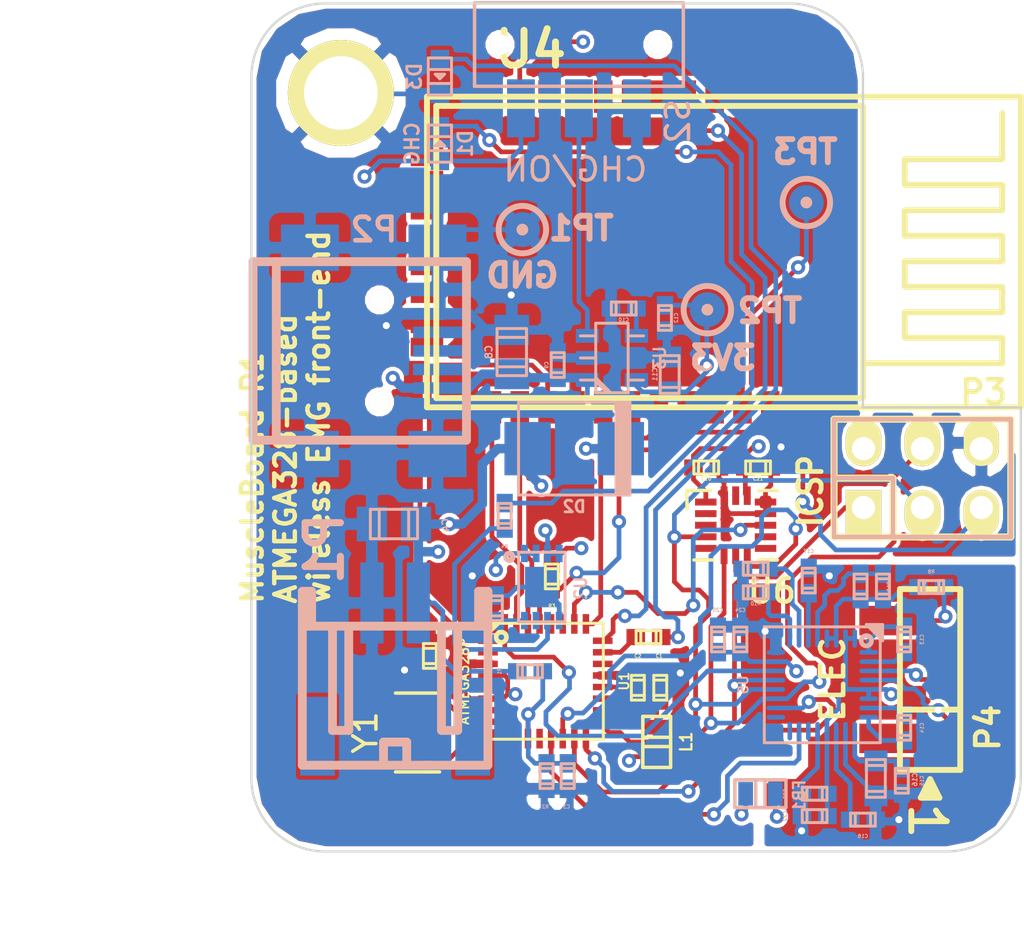
<source format=kicad_pcb>
(kicad_pcb (version 3) (host pcbnew "(2013-07-07 BZR 4022)-stable")
  (layers (15 Top signal hide) (2 Ground power hide) (1 Power power hide) (0 Bottom signal hide) (18 B.Paste user) (19 F.Paste user) (20 B.SilkS user) (21 F.SilkS user) (22 B.Mask user) (23 F.Mask user) (28 Edge.Cuts user))
  (net 0 "")
  (net 1 +3.3V)
  (net 2 +BATT)
  (net 3 /AREF)
  (net 4 /AVCC)
  (net 5 "/Analog front-end/GPIO1")
  (net 6 "/Analog front-end/GPIO2")
  (net 7 "/Analog front-end/PGA1N")
  (net 8 "/Analog front-end/PGA1P")
  (net 9 "/Analog front-end/PGA2N")
  (net 10 "/Analog front-end/PGA2P")
  (net 11 "/Analog front-end/RLDIN")
  (net 12 "/Analog front-end/RLDINV")
  (net 13 "/Analog front-end/VCAP1")
  (net 14 "/Analog front-end/VCAP2")
  (net 15 "/Analog front-end/VREFP")
  (net 16 /BATT_MON)
  (net 17 /BT_CONN)
  (net 18 /BT_RESET)
  (net 19 /FACTORY_RESET)
  (net 20 /MCU_RX)
  (net 21 /MCU_TX)
  (net 22 /USER_LED)
  (net 23 /~MCU_CTS)
  (net 24 CH1N)
  (net 25 CH1P)
  (net 26 GND)
  (net 27 MISO)
  (net 28 MOSI)
  (net 29 N-0000021)
  (net 30 N-0000022)
  (net 31 N-0000023)
  (net 32 N-0000025)
  (net 33 N-0000026)
  (net 34 N-0000027)
  (net 35 N-0000028)
  (net 36 N-000004)
  (net 37 N-0000067)
  (net 38 N-0000076)
  (net 39 RLD)
  (net 40 SCLK)
  (net 41 VBUS)
  (net 42 XL_INT1)
  (net 43 ~AFE_CS)
  (net 44 ~AFE_DRDY)
  (net 45 ~AFE_PWDN)
  (net 46 ~MCU_RESET)
  (net 47 ~XL_CS)
  (module w_rf_modules:roving_rn-42 (layer Top) (at 114.3508 48.26 270)
    (fp_text reference U4 (at -8.7376 8.3312 360) (layer F.SilkS) (effects (font (size 1.5 1.5) (thickness 0.3))))
    (fp_text value BLUETOOTH-RN42 hide)
    (pad 1 smd rect (at -6.7 -3.2 270) (size 1.4 0.8) (layers Top F.Paste F.Mask))
    (pad 2 smd rect (at -6.7 -2 270) (size 1.4 0.8) (layers Top F.Paste F.Mask))
    (pad 3 smd rect (at -6.7 -0.8 270) (size 1.4 0.8) (layers Top F.Paste F.Mask))
    (pad 4 smd rect (at -6.7 0.4 270) (size 1.4 0.8) (layers Top F.Paste F.Mask))
    (pad 5 smd rect (at -6.7 1.6 270) (size 1.4 0.8) (layers Top F.Paste F.Mask) (net 18 /BT_RESET))
    (pad 6 smd rect (at -6.7 2.8 270) (size 1.4 0.8) (layers Top F.Paste F.Mask))
    (pad 7 smd rect (at -6.7 4 270) (size 1.4 0.8) (layers Top F.Paste F.Mask))
    (pad 8 smd rect (at -6.7 5.2 270) (size 1.4 0.8) (layers Top F.Paste F.Mask))
    (pad 9 smd rect (at -6.7 6.4 270) (size 1.4 0.8) (layers Top F.Paste F.Mask))
    (pad 10 smd rect (at -6.7 7.6 270) (size 1.4 0.8) (layers Top F.Paste F.Mask))
    (pad 11 smd rect (at -6.7 8.8 270) (size 1.4 0.8) (layers Top F.Paste F.Mask) (net 1 +3.3V))
    (pad 12 smd rect (at -6.7 10 270) (size 1.4 0.8) (layers Top F.Paste F.Mask))
    (pad 13 smd rect (at 6.7 10 270) (size 1.4 0.8) (layers Top F.Paste F.Mask) (net 21 /MCU_TX))
    (pad 14 smd rect (at 6.7 8.8 270) (size 1.4 0.8) (layers Top F.Paste F.Mask) (net 20 /MCU_RX))
    (pad 15 smd rect (at 6.7 7.6 270) (size 1.4 0.8) (layers Top F.Paste F.Mask) (net 23 /~MCU_CTS))
    (pad 16 smd rect (at 6.7 6.4 270) (size 1.4 0.8) (layers Top F.Paste F.Mask) (net 26 GND))
    (pad 17 smd rect (at 6.7 5.2 270) (size 1.4 0.8) (layers Top F.Paste F.Mask))
    (pad 18 smd rect (at 6.7 4 270) (size 1.4 0.8) (layers Top F.Paste F.Mask))
    (pad 19 smd rect (at 6.7 2.8 270) (size 1.4 0.8) (layers Top F.Paste F.Mask) (net 17 /BT_CONN))
    (pad 20 smd rect (at 6.7 1.6 270) (size 1.4 0.8) (layers Top F.Paste F.Mask))
    (pad 21 smd rect (at 6.7 0.4 270) (size 1.4 0.8) (layers Top F.Paste F.Mask))
    (pad 22 smd rect (at 6.7 -0.8 270) (size 1.4 0.8) (layers Top F.Paste F.Mask) (net 19 /FACTORY_RESET))
    (pad 23 smd rect (at 6.7 -2 270) (size 1.4 0.8) (layers Top F.Paste F.Mask))
    (pad 24 smd rect (at 6.7 -3.2 270) (size 1.4 0.8) (layers Top F.Paste F.Mask))
    (pad 30 smd rect (at 4.1 12.8 270) (size 0.8 1.4) (layers Top F.Paste F.Mask))
    (pad 28 smd rect (at 3.1 12.8 270) (size 0.8 1.4) (layers Top F.Paste F.Mask) (net 26 GND))
    (pad 31 smd rect (at 1.8 12.8 270) (size 0.8 1.4) (layers Top F.Paste F.Mask))
    (pad 32 smd rect (at 0.6 12.8 270) (size 0.8 1.4) (layers Top F.Paste F.Mask))
    (pad 33 smd rect (at -0.6 12.8 270) (size 0.8 1.4) (layers Top F.Paste F.Mask))
    (pad 34 smd rect (at -1.8 12.8 270) (size 0.8 1.4) (layers Top F.Paste F.Mask))
    (pad 29 smd rect (at -3.1 12.8 270) (size 0.8 1.4) (layers Top F.Paste F.Mask) (net 26 GND))
    (pad 35 smd rect (at -4.1 12.8 270) (size 0.8 1.4) (layers Top F.Paste F.Mask))
  )
  (module USB_MINI_B (layer Bottom) (at 98.6536 52.5272)
    (fp_text reference P2 (at 0.6096 -5.2324) (layer B.SilkS) (effects (font (size 1.016 1.016) (thickness 0.2032)) (justify mirror)))
    (fp_text value USB hide)
    (pad 1 smd rect (at 3.44932 1.6002) (size 2.30124 0.50038) (layers Bottom B.Paste B.Mask) (net 41 VBUS))
    (pad 2 smd rect (at 3.44932 0.8001) (size 2.30124 0.50038) (layers Bottom B.Paste B.Mask))
    (pad 3 smd rect (at 3.44932 0) (size 2.30124 0.50038) (layers Bottom B.Paste B.Mask))
    (pad 4 smd rect (at 3.44932 -0.8001) (size 2.30124 0.50038) (layers Bottom B.Paste B.Mask))
    (pad 5 smd rect (at 3.44932 -1.6002) (size 2.30124 0.50038) (layers Bottom B.Paste B.Mask) (net 26 GND))
    (pad 6 smd rect (at 3.35026 4.45008) (size 2.49936 1.99898) (layers Bottom B.Paste B.Mask) (net 26 GND))
    (pad 7 smd rect (at -2.14884 4.45008) (size 2.49936 1.99898) (layers Bottom B.Paste B.Mask) (net 26 GND))
    (pad 8 smd rect (at 3.35026 -4.45008) (size 2.49936 1.99898) (layers Bottom B.Paste B.Mask) (net 26 GND))
    (pad 9 smd rect (at -2.14884 -4.45008) (size 2.49936 1.99898) (layers Bottom B.Paste B.Mask) (net 26 GND))
    (pad "" np_thru_hole circle (at 0.8509 2.19964) (size 0.89916 0.89916) (drill 0.89916) (layers *.Cu *.Mask B.SilkS))
    (pad 2 np_thru_hole circle (at 0.8509 -2.19964) (size 0.89916 0.89916) (drill 0.89916) (layers *.Cu *.Mask B.SilkS))
  )
  (module testpoint_1mm5 (layer Bottom) (at 117.9068 46.1264 90)
    (fp_text reference TP3 (at 2.1844 -0.0508 180) (layer B.SilkS) (effects (font (thickness 0.25)) (justify mirror)))
    (fp_text value FACT hide)
    (pad 1 smd circle (at 0 0 90) (size 1.50114 1.50114) (layers Bottom B.Paste B.Mask) (net 19 /FACTORY_RESET))
  )
  (module testpoint_1mm5 (layer Bottom) (at 105.664 47.2948)
    (fp_text reference TP1 (at 2.54 -0.0508) (layer B.SilkS) (effects (font (thickness 0.25)) (justify mirror)))
    (fp_text value GND (at 0 1.9812) (layer B.SilkS) (effects (font (thickness 0.25)) (justify mirror)))
    (pad 1 smd circle (at 0 0) (size 1.50114 1.50114) (layers Bottom B.Paste B.Mask) (net 26 GND))
  )
  (module sot23-5 (layer Bottom) (at 109.5248 52.832 90)
    (fp_text reference U3 (at 0 2.0574 90) (layer B.SilkS) (effects (font (size 0.50038 0.50038) (thickness 0.09906)) (justify mirror)))
    (fp_text value TPS73233 hide)
    (pad 1 smd rect (at -0.9525 -1.05664 90) (size 0.59944 1.00076) (layers Bottom B.Paste B.Mask) (net 41 VBUS))
    (pad 3 smd rect (at 0.9525 -1.05664 90) (size 0.59944 1.00076) (layers Bottom B.Paste B.Mask) (net 33 N-0000026))
    (pad 2 smd rect (at 0 -1.05664 90) (size 0.59944 1.00076) (layers Bottom B.Paste B.Mask) (net 26 GND))
    (pad 4 smd rect (at 0.9525 1.05664 90) (size 0.59944 1.00076) (layers Bottom B.Paste B.Mask) (net 32 N-0000025))
    (pad 5 smd rect (at -0.9525 1.05664 90) (size 0.59944 1.00076) (layers Bottom B.Paste B.Mask) (net 1 +3.3V))
  )
  (module Led_0603 (layer Bottom) (at 102.108 43.5864 90)
    (fp_text reference D1 (at 0 1.09982 90) (layer B.SilkS) (effects (font (size 0.59944 0.59944) (thickness 0.11938)) (justify mirror)))
    (fp_text value CHG (at 0 -1.19888 90) (layer B.SilkS) (effects (font (size 0.59944 0.59944) (thickness 0.11938)) (justify mirror)))
    (pad 1 smd rect (at -0.7493 0 90) (size 0.79756 0.79756) (layers Bottom B.Paste B.Mask) (net 41 VBUS))
    (pad 2 smd rect (at 0.7493 0 90) (size 0.79756 0.79756) (layers Bottom B.Paste B.Mask) (net 35 N-0000028))
  )
  (module Led_0603 (layer Bottom) (at 102.108 40.6908 270)
    (fp_text reference D3 (at 0 1.09982 270) (layer B.SilkS) (effects (font (size 0.59944 0.59944) (thickness 0.11938)) (justify mirror)))
    (fp_text value RED hide)
    (pad 1 smd rect (at -0.7493 0 270) (size 0.79756 0.79756) (layers Bottom B.Paste B.Mask) (net 36 N-000004))
    (pad 2 smd rect (at 0.7493 0 270) (size 0.79756 0.79756) (layers Bottom B.Paste B.Mask) (net 26 GND))
  )
  (module inductor_smd_0603 (layer Bottom) (at 115.9256 71.628)
    (fp_text reference FB1 (at 1.6764 0.1016 90) (layer B.SilkS) (effects (font (size 0.49784 0.49784) (thickness 0.09906)) (justify mirror)))
    (fp_text value BLM18PG121SN1 hide)
    (pad 1 smd rect (at -0.63754 0) (size 0.635 1.016) (layers Bottom B.Paste B.Mask) (net 1 +3.3V))
    (pad 2 smd rect (at 0.63754 0) (size 0.635 1.016) (layers Bottom B.Paste B.Mask))
  )
  (module do214aa (layer Bottom) (at 107.8992 56.7436)
    (fp_text reference D2 (at 0 2.49936) (layer B.SilkS) (effects (font (size 0.50038 0.50038) (thickness 0.11938)) (justify mirror)))
    (fp_text value LSM115JE3/TR13 hide)
    (pad 2 smd rect (at 2.00914 0) (size 1.99898 2.30124) (layers Bottom B.Paste B.Mask) (net 41 VBUS))
    (pad 1 smd rect (at -2.00914 0) (size 1.99898 2.30124) (layers Bottom B.Paste B.Mask) (net 2 +BATT))
  )
  (module c_0603 (layer Bottom) (at 120.904 70.9676 90)
    (fp_text reference C16 (at -0.0508 1.6764 90) (layer B.SilkS) (effects (font (size 0.20066 0.20066) (thickness 0.04064)) (justify mirror)))
    (fp_text value 10uF hide)
    (pad 1 smd rect (at 0.75184 0 90) (size 0.89916 1.00076) (layers Bottom B.Paste B.Mask) (net 15 "/Analog front-end/VREFP"))
    (pad 2 smd rect (at -0.75184 0 90) (size 0.89916 1.00076) (layers Bottom B.Paste B.Mask) (net 26 GND))
  )
  (module c_0603 (layer Bottom) (at 112.014 53.5432 270)
    (fp_text reference C11 (at 0 0.635 270) (layer B.SilkS) (effects (font (size 0.20066 0.20066) (thickness 0.04064)) (justify mirror)))
    (fp_text value 10uF hide)
    (pad 1 smd rect (at 0.75184 0 270) (size 0.89916 1.00076) (layers Bottom B.Paste B.Mask) (net 1 +3.3V))
    (pad 2 smd rect (at -0.75184 0 270) (size 0.89916 1.00076) (layers Bottom B.Paste B.Mask) (net 26 GND))
  )
  (module BBB_MHOLE (layer Top) (at 97.8408 41.402)
    (fp_text reference MTG1 hide)
    (fp_text value MHOLE hide)
    (pad 1 thru_hole circle (at 0 0) (size 4.572 4.572) (drill 3.175) (layers *.Cu *.Mask F.SilkS) (net 26 GND))
  )
  (module 16-LGA-3x3.25 (layer Top) (at 114.8588 60.0456)
    (fp_text reference U6 (at 1.5621 2.8321) (layer F.SilkS) (effects (font (size 1.016 1.016) (thickness 0.1905))))
    (fp_text value ADXL362 hide)
    (pad 9 smd rect (at 1.2875 1) (size 0.925 0.3) (layers Top F.Paste F.Mask))
    (pad 10 smd rect (at 1.2875 0.5) (size 0.925 0.3) (layers Top F.Paste F.Mask))
    (pad 13 smd rect (at 1.2875 -1) (size 0.925 0.3) (layers Top F.Paste F.Mask) (net 26 GND))
    (pad 12 smd rect (at 1.2875 -0.5) (size 0.925 0.3) (layers Top F.Paste F.Mask) (net 26 GND))
    (pad 11 smd rect (at 1.2875 0) (size 0.925 0.3) (layers Top F.Paste F.Mask) (net 42 XL_INT1))
    (pad 3 smd rect (at -1.2875 0) (size 0.925 0.3) (layers Top F.Paste F.Mask))
    (pad 2 smd rect (at -1.2875 -0.5) (size 0.925 0.3) (layers Top F.Paste F.Mask))
    (pad 1 smd rect (at -1.2875 -1) (size 0.925 0.3) (layers Top F.Paste F.Mask) (net 1 +3.3V))
    (pad 4 smd rect (at -1.2875 0.5) (size 0.925 0.3) (layers Top F.Paste F.Mask) (net 40 SCLK))
    (pad 5 smd rect (at -1.2875 1) (size 0.925 0.3) (layers Top F.Paste F.Mask))
    (pad 15 smd rect (at 0 -1.275) (size 0.3 0.8) (layers Top F.Paste F.Mask))
    (pad 7 smd rect (at 0 1.275) (size 0.3 0.8) (layers Top F.Paste F.Mask) (net 27 MISO))
    (pad 16 smd rect (at -0.5 -1.275) (size 0.3 0.8) (layers Top F.Paste F.Mask) (net 26 GND))
    (pad 14 smd rect (at 0.5 -1.275) (size 0.3 0.8) (layers Top F.Paste F.Mask) (net 1 +3.3V))
    (pad 6 smd rect (at -0.5 1.275) (size 0.3 0.8) (layers Top F.Paste F.Mask) (net 28 MOSI))
    (pad 8 smd rect (at 0.5 1.275) (size 0.3 0.8) (layers Top F.Paste F.Mask) (net 47 ~XL_CS))
  )
  (module JS102011SAQN (layer Bottom) (at 108.1024 42.0624)
    (fp_text reference S2 (at 4.2672 0.5588 270) (layer B.SilkS) (effects (justify mirror)))
    (fp_text value CHG/ON (at -0.1524 2.6416) (layer B.SilkS) (effects (justify mirror)))
    (pad 2 smd rect (at 0 0) (size 1.2 2.5) (layers Bottom B.Paste B.Mask) (net 33 N-0000026))
    (pad 1 smd rect (at -2.5 0) (size 1.2 2.5) (layers Bottom B.Paste B.Mask) (net 41 VBUS))
    (pad 3 smd rect (at 2.5 0) (size 1.2 2.5) (layers Bottom B.Paste B.Mask) (net 26 GND))
    (pad "" np_thru_hole circle (at -3.4 -2.75) (size 0.9 0.9) (drill 0.9) (layers *.Cu *.Mask B.SilkS))
    (pad "" np_thru_hole circle (at 3.4 -2.75) (size 0.9 0.9) (drill 0.9) (layers *.Cu *.Mask B.SilkS))
  )
  (module s2b-ph-sm4-tb (layer Bottom) (at 100.1776 63.3984 180)
    (fp_text reference P1 (at 3.048 2.3368 450) (layer B.SilkS) (effects (font (size 1.524 1.524) (thickness 0.3048)) (justify mirror)))
    (fp_text value BATT hide)
    (pad 1 smd rect (at -1.00076 0 180) (size 0.99568 3.49758) (layers Bottom B.Paste B.Mask) (net 2 +BATT))
    (pad 2 smd rect (at 1.00076 0 180) (size 0.99822 3.49758) (layers Bottom B.Paste B.Mask) (net 26 GND))
    (pad "" smd rect (at -3.34518 -5.74802 180) (size 1.4986 3.39852) (layers Bottom B.Paste B.Mask))
    (pad "" smd rect (at 3.34772 -5.74802 180) (size 1.4986 3.39598) (layers Bottom B.Paste B.Mask))
  )
  (module r_0402 (layer Top) (at 106.934 62.2554 90)
    (fp_text reference R3 (at -1.27 0 180) (layer F.SilkS) (effects (font (size 0.1524 0.1524) (thickness 0.03048))))
    (fp_text value 10k hide)
    (pad 1 smd rect (at 0.54864 0 90) (size 0.8001 0.6985) (layers Top F.Paste F.Mask) (net 1 +3.3V))
    (pad 2 smd rect (at -0.54864 0 90) (size 0.8001 0.6985) (layers Top F.Paste F.Mask) (net 46 ~MCU_RESET))
  )
  (module inductor_smd_0603 (layer Top) (at 111.4552 69.3928 270)
    (fp_text reference L1 (at 0 -1.27 270) (layer F.SilkS) (effects (font (size 0.49784 0.49784) (thickness 0.09906))))
    (fp_text value 10uH hide)
    (pad 1 smd rect (at -0.63754 0 270) (size 0.635 1.016) (layers Top F.Paste F.Mask) (net 4 /AVCC))
    (pad 2 smd rect (at 0.63754 0 270) (size 0.635 1.016) (layers Top F.Paste F.Mask) (net 1 +3.3V))
  )
  (module c_0402 (layer Bottom) (at 115.062 64.9732 270)
    (fp_text reference C24 (at -1.27 0 540) (layer B.SilkS) (effects (font (size 0.1524 0.1524) (thickness 0.03048)) (justify mirror)))
    (fp_text value 1uF hide)
    (pad 1 smd rect (at 0.54864 0 270) (size 0.8001 0.6985) (layers Bottom B.Paste B.Mask) (net 1 +3.3V))
    (pad 2 smd rect (at -0.54864 0 270) (size 0.8001 0.6985) (layers Bottom B.Paste B.Mask) (net 26 GND))
  )
  (module c_0402 (layer Bottom) (at 114.0968 64.9732 270)
    (fp_text reference C25 (at -1.27 0 540) (layer B.SilkS) (effects (font (size 0.1524 0.1524) (thickness 0.03048)) (justify mirror)))
    (fp_text value 0.1uF hide)
    (pad 1 smd rect (at 0.54864 0 270) (size 0.8001 0.6985) (layers Bottom B.Paste B.Mask) (net 1 +3.3V))
    (pad 2 smd rect (at -0.54864 0 270) (size 0.8001 0.6985) (layers Bottom B.Paste B.Mask) (net 26 GND))
  )
  (module r_0402 (layer Top) (at 111.0996 64.8716)
    (fp_text reference R7 (at 1.3208 0 90) (layer F.SilkS) (effects (font (size 0.1524 0.1524) (thickness 0.03048))))
    (fp_text value 2.2k hide)
    (pad 1 smd rect (at 0.54864 0) (size 0.8001 0.6985) (layers Top F.Paste F.Mask) (net 36 N-000004))
    (pad 2 smd rect (at -0.54864 0) (size 0.8001 0.6985) (layers Top F.Paste F.Mask) (net 22 /USER_LED))
  )
  (module r_0402 (layer Bottom) (at 104.902 59.6392 90)
    (fp_text reference R4 (at -1.3208 0 360) (layer B.SilkS) (effects (font (size 0.1524 0.1524) (thickness 0.03048)) (justify mirror)))
    (fp_text value 2.2k hide)
    (pad 1 smd rect (at 0.54864 0 90) (size 0.8001 0.6985) (layers Bottom B.Paste B.Mask) (net 35 N-0000028))
    (pad 2 smd rect (at -0.54864 0 90) (size 0.8001 0.6985) (layers Bottom B.Paste B.Mask) (net 34 N-0000027))
  )
  (module r_0402 (layer Bottom) (at 105.9942 66.3448 180)
    (fp_text reference R1 (at 1.3208 0 450) (layer B.SilkS) (effects (font (size 0.1524 0.1524) (thickness 0.03048)) (justify mirror)))
    (fp_text value 2.2M hide)
    (pad 1 smd rect (at 0.54864 0 180) (size 0.8001 0.6985) (layers Bottom B.Paste B.Mask) (net 2 +BATT))
    (pad 2 smd rect (at -0.54864 0 180) (size 0.8001 0.6985) (layers Bottom B.Paste B.Mask) (net 16 /BATT_MON))
  )
  (module r_0402 (layer Bottom) (at 115.7224 61.9252)
    (fp_text reference R9 (at 0 0.4826) (layer B.SilkS) (effects (font (size 0.1524 0.1524) (thickness 0.03048)) (justify mirror)))
    (fp_text value 10k hide)
    (pad 1 smd rect (at 0.54864 0) (size 0.8001 0.6985) (layers Bottom B.Paste B.Mask) (net 5 "/Analog front-end/GPIO1"))
    (pad 2 smd rect (at -0.54864 0) (size 0.8001 0.6985) (layers Bottom B.Paste B.Mask) (net 26 GND))
  )
  (module r_0402 (layer Bottom) (at 115.7224 62.9412)
    (fp_text reference R10 (at 0 0.4826) (layer B.SilkS) (effects (font (size 0.1524 0.1524) (thickness 0.03048)) (justify mirror)))
    (fp_text value 10k hide)
    (pad 1 smd rect (at 0.54864 0) (size 0.8001 0.6985) (layers Bottom B.Paste B.Mask) (net 6 "/Analog front-end/GPIO2"))
    (pad 2 smd rect (at -0.54864 0) (size 0.8001 0.6985) (layers Bottom B.Paste B.Mask) (net 26 GND))
  )
  (module r_0402 (layer Bottom) (at 120.2436 62.6872 270)
    (fp_text reference R12 (at 0 -1.2192 270) (layer B.SilkS) (effects (font (size 0.1524 0.1524) (thickness 0.03048)) (justify mirror)))
    (fp_text value 1M hide)
    (pad 1 smd rect (at 0.54864 0 270) (size 0.8001 0.6985) (layers Bottom B.Paste B.Mask) (net 11 "/Analog front-end/RLDIN"))
    (pad 2 smd rect (at -0.54864 0 270) (size 0.8001 0.6985) (layers Bottom B.Paste B.Mask) (net 12 "/Analog front-end/RLDINV"))
  )
  (module r_0402 (layer Bottom) (at 123.2916 62.7126 180)
    (fp_text reference R8 (at 0 0.6604 180) (layer B.SilkS) (effects (font (size 0.1524 0.1524) (thickness 0.03048)) (justify mirror)))
    (fp_text value 51k hide)
    (pad 1 smd rect (at 0.54864 0 180) (size 0.8001 0.6985) (layers Bottom B.Paste B.Mask) (net 11 "/Analog front-end/RLDIN"))
    (pad 2 smd rect (at -0.54864 0 180) (size 0.8001 0.6985) (layers Bottom B.Paste B.Mask) (net 39 RLD))
  )
  (module r_0402 (layer Bottom) (at 106.7054 70.866 90)
    (fp_text reference R2 (at -1.3208 -0.0508 360) (layer B.SilkS) (effects (font (size 0.1524 0.1524) (thickness 0.03048)) (justify mirror)))
    (fp_text value 1M hide)
    (pad 1 smd rect (at 0.54864 0 90) (size 0.8001 0.6985) (layers Bottom B.Paste B.Mask) (net 16 /BATT_MON))
    (pad 2 smd rect (at -0.54864 0 90) (size 0.8001 0.6985) (layers Bottom B.Paste B.Mask) (net 26 GND))
  )
  (module r_0402 (layer Bottom) (at 104.521 63.627 270)
    (fp_text reference R5 (at -0.0254 0.6858 270) (layer B.SilkS) (effects (font (size 0.1524 0.1524) (thickness 0.03048)) (justify mirror)))
    (fp_text value 10k hide)
    (pad 1 smd rect (at 0.54864 0 270) (size 0.8001 0.6985) (layers Bottom B.Paste B.Mask) (net 31 N-0000023))
    (pad 2 smd rect (at -0.54864 0 270) (size 0.8001 0.6985) (layers Bottom B.Paste B.Mask) (net 26 GND))
  )
  (module c_0402 (layer Top) (at 111.6076 67.056 270)
    (fp_text reference C1 (at -1.3716 0.0508 360) (layer F.SilkS) (effects (font (size 0.1524 0.1524) (thickness 0.03048))))
    (fp_text value 0.1uF hide)
    (pad 1 smd rect (at 0.54864 0 270) (size 0.8001 0.6985) (layers Top F.Paste F.Mask) (net 4 /AVCC))
    (pad 2 smd rect (at -0.54864 0 270) (size 0.8001 0.6985) (layers Top F.Paste F.Mask) (net 26 GND))
  )
  (module c_0402 (layer Bottom) (at 118.0084 62.4332 270)
    (fp_text reference C17 (at -1.27 0 540) (layer B.SilkS) (effects (font (size 0.1524 0.1524) (thickness 0.03048)) (justify mirror)))
    (fp_text value 1uF hide)
    (pad 1 smd rect (at 0.54864 0 270) (size 0.8001 0.6985) (layers Bottom B.Paste B.Mask) (net 14 "/Analog front-end/VCAP2"))
    (pad 2 smd rect (at -0.54864 0 270) (size 0.8001 0.6985) (layers Bottom B.Paste B.Mask) (net 26 GND))
  )
  (module c_0402 (layer Bottom) (at 111.8108 51.1048 90)
    (fp_text reference C12 (at 0 0.4826 90) (layer B.SilkS) (effects (font (size 0.1524 0.1524) (thickness 0.03048)) (justify mirror)))
    (fp_text value 2.2uF hide)
    (pad 1 smd rect (at 0.54864 0 90) (size 0.8001 0.6985) (layers Bottom B.Paste B.Mask) (net 1 +3.3V))
    (pad 2 smd rect (at -0.54864 0 90) (size 0.8001 0.6985) (layers Bottom B.Paste B.Mask) (net 26 GND))
  )
  (module c_0402 (layer Bottom) (at 122.1232 64.9732 270)
    (fp_text reference C13 (at 0 -0.762 270) (layer B.SilkS) (effects (font (size 0.1524 0.1524) (thickness 0.03048)) (justify mirror)))
    (fp_text value 4.7nF hide)
    (pad 1 smd rect (at 0.54864 0 270) (size 0.8001 0.6985) (layers Bottom B.Paste B.Mask) (net 8 "/Analog front-end/PGA1P"))
    (pad 2 smd rect (at -0.54864 0 270) (size 0.8001 0.6985) (layers Bottom B.Paste B.Mask) (net 7 "/Analog front-end/PGA1N"))
  )
  (module c_0402 (layer Bottom) (at 122.1232 68.7832 270)
    (fp_text reference C14 (at 0 -0.762 270) (layer B.SilkS) (effects (font (size 0.1524 0.1524) (thickness 0.03048)) (justify mirror)))
    (fp_text value 4.7nF hide)
    (pad 1 smd rect (at 0.54864 0 270) (size 0.8001 0.6985) (layers Bottom B.Paste B.Mask) (net 10 "/Analog front-end/PGA2P"))
    (pad 2 smd rect (at -0.54864 0 270) (size 0.8001 0.6985) (layers Bottom B.Paste B.Mask) (net 9 "/Analog front-end/PGA2N"))
  )
  (module c_0402 (layer Top) (at 101.6762 65.6844 270)
    (fp_text reference C5 (at 0 -0.4826 270) (layer F.SilkS) (effects (font (size 0.1524 0.1524) (thickness 0.03048))))
    (fp_text value 0.1uF hide)
    (pad 1 smd rect (at 0.54864 0 270) (size 0.8001 0.6985) (layers Top F.Paste F.Mask) (net 1 +3.3V))
    (pad 2 smd rect (at -0.54864 0 270) (size 0.8001 0.6985) (layers Top F.Paste F.Mask) (net 26 GND))
  )
  (module c_0402 (layer Bottom) (at 122.0216 71.0692 90)
    (fp_text reference C15 (at 0 0.8636 90) (layer B.SilkS) (effects (font (size 0.1524 0.1524) (thickness 0.03048)) (justify mirror)))
    (fp_text value 0.1uF hide)
    (pad 1 smd rect (at 0.54864 0 90) (size 0.8001 0.6985) (layers Bottom B.Paste B.Mask) (net 15 "/Analog front-end/VREFP"))
    (pad 2 smd rect (at -0.54864 0 90) (size 0.8001 0.6985) (layers Bottom B.Paste B.Mask) (net 26 GND))
  )
  (module c_0402 (layer Top) (at 115.824 57.5564 180)
    (fp_text reference C21 (at 0 -0.4826 180) (layer F.SilkS) (effects (font (size 0.1524 0.1524) (thickness 0.03048))))
    (fp_text value 0.1uF hide)
    (pad 1 smd rect (at 0.54864 0 180) (size 0.8001 0.6985) (layers Top F.Paste F.Mask) (net 1 +3.3V))
    (pad 2 smd rect (at -0.54864 0 180) (size 0.8001 0.6985) (layers Top F.Paste F.Mask) (net 26 GND))
  )
  (module c_0402 (layer Top) (at 113.5888 57.5564 180)
    (fp_text reference C20 (at 0 -0.4826 180) (layer F.SilkS) (effects (font (size 0.1524 0.1524) (thickness 0.03048))))
    (fp_text value 0.1uF hide)
    (pad 1 smd rect (at 0.54864 0 180) (size 0.8001 0.6985) (layers Top F.Paste F.Mask) (net 1 +3.3V))
    (pad 2 smd rect (at -0.54864 0 180) (size 0.8001 0.6985) (layers Top F.Paste F.Mask) (net 26 GND))
  )
  (module c_0402 (layer Bottom) (at 118.2624 71.628)
    (fp_text reference C23 (at -1.27 0 270) (layer B.SilkS) (effects (font (size 0.1524 0.1524) (thickness 0.03048)) (justify mirror)))
    (fp_text value 0.1uF hide)
    (pad 1 smd rect (at 0.54864 0) (size 0.8001 0.6985) (layers Bottom B.Paste B.Mask) (net 37 N-0000067))
    (pad 2 smd rect (at -0.54864 0) (size 0.8001 0.6985) (layers Bottom B.Paste B.Mask) (net 26 GND))
  )
  (module c_0402 (layer Bottom) (at 118.2624 72.5932)
    (fp_text reference C22 (at -1.27 0 270) (layer B.SilkS) (effects (font (size 0.1524 0.1524) (thickness 0.03048)) (justify mirror)))
    (fp_text value 1uF hide)
    (pad 1 smd rect (at 0.54864 0) (size 0.8001 0.6985) (layers Bottom B.Paste B.Mask) (net 37 N-0000067))
    (pad 2 smd rect (at -0.54864 0) (size 0.8001 0.6985) (layers Bottom B.Paste B.Mask) (net 26 GND))
  )
  (module c_0402 (layer Bottom) (at 120.3452 72.7456 180)
    (fp_text reference C18 (at 0 -0.7112 180) (layer B.SilkS) (effects (font (size 0.1524 0.1524) (thickness 0.03048)) (justify mirror)))
    (fp_text value 1uF hide)
    (pad 1 smd rect (at 0.54864 0 180) (size 0.8001 0.6985) (layers Bottom B.Paste B.Mask) (net 13 "/Analog front-end/VCAP1"))
    (pad 2 smd rect (at -0.54864 0 180) (size 0.8001 0.6985) (layers Bottom B.Paste B.Mask) (net 26 GND))
  )
  (module c_0402 (layer Bottom) (at 121.2088 62.6872 270)
    (fp_text reference C19 (at 0 -1.778 270) (layer B.SilkS) (effects (font (size 0.1524 0.1524) (thickness 0.03048)) (justify mirror)))
    (fp_text value 1.5nF hide)
    (pad 1 smd rect (at 0.54864 0 270) (size 0.8001 0.6985) (layers Bottom B.Paste B.Mask) (net 11 "/Analog front-end/RLDIN"))
    (pad 2 smd rect (at -0.54864 0 270) (size 0.8001 0.6985) (layers Bottom B.Paste B.Mask) (net 12 "/Analog front-end/RLDINV"))
  )
  (module c_0402 (layer Bottom) (at 110.0328 50.6984)
    (fp_text reference C10 (at 0 0.4826) (layer B.SilkS) (effects (font (size 0.1524 0.1524) (thickness 0.03048)) (justify mirror)))
    (fp_text value 0.01uF hide)
    (pad 1 smd rect (at 0.54864 0) (size 0.8001 0.6985) (layers Bottom B.Paste B.Mask) (net 32 N-0000025))
    (pad 2 smd rect (at -0.54864 0) (size 0.8001 0.6985) (layers Bottom B.Paste B.Mask) (net 26 GND))
  )
  (module c_0402 (layer Bottom) (at 107.6198 70.866 90)
    (fp_text reference C3 (at -1.3208 -0.0508 360) (layer B.SilkS) (effects (font (size 0.1524 0.1524) (thickness 0.03048)) (justify mirror)))
    (fp_text value 0.1uF hide)
    (pad 1 smd rect (at 0.54864 0 90) (size 0.8001 0.6985) (layers Bottom B.Paste B.Mask) (net 16 /BATT_MON))
    (pad 2 smd rect (at -0.54864 0 90) (size 0.8001 0.6985) (layers Bottom B.Paste B.Mask) (net 26 GND))
  )
  (module c_0402 (layer Top) (at 110.6424 67.056 270)
    (fp_text reference C2 (at -1.3716 0 360) (layer F.SilkS) (effects (font (size 0.1524 0.1524) (thickness 0.03048))))
    (fp_text value 0.1uF hide)
    (pad 1 smd rect (at 0.54864 0 270) (size 0.8001 0.6985) (layers Top F.Paste F.Mask) (net 3 /AREF))
    (pad 2 smd rect (at -0.54864 0 270) (size 0.8001 0.6985) (layers Top F.Paste F.Mask) (net 26 GND))
  )
  (module c_0402 (layer Bottom) (at 107.188 53.1368 270)
    (fp_text reference C9 (at 0 0.4826 270) (layer B.SilkS) (effects (font (size 0.1524 0.1524) (thickness 0.03048)) (justify mirror)))
    (fp_text value 0.1uF hide)
    (pad 1 smd rect (at 0.54864 0 270) (size 0.8001 0.6985) (layers Bottom B.Paste B.Mask) (net 41 VBUS))
    (pad 2 smd rect (at -0.54864 0 270) (size 0.8001 0.6985) (layers Bottom B.Paste B.Mask) (net 26 GND))
  )
  (module dfn8-2x3 (layer Bottom) (at 106.5022 62.7126)
    (fp_text reference U2 (at 1.6764 0.0508 270) (layer B.SilkS) (effects (font (size 0.50038 0.50038) (thickness 0.09906)) (justify mirror)))
    (fp_text value MCP73831T-DFN hide)
    (pad 1 smd rect (at -0.7493 -1.4478) (size 0.29718 0.7493) (layers Bottom B.Paste B.Mask) (net 41 VBUS))
    (pad 2 smd rect (at -0.24638 -1.4478) (size 0.29718 0.7493) (layers Bottom B.Paste B.Mask) (net 41 VBUS))
    (pad 3 smd rect (at 0.24638 -1.4478) (size 0.29718 0.7493) (layers Bottom B.Paste B.Mask) (net 2 +BATT))
    (pad 4 smd rect (at 0.7493 -1.4478) (size 0.29718 0.7493) (layers Bottom B.Paste B.Mask) (net 2 +BATT))
    (pad 5 smd rect (at 0.7493 1.4478) (size 0.29718 0.7493) (layers Bottom B.Paste B.Mask) (net 26 GND))
    (pad 6 smd rect (at 0.24638 1.4478) (size 0.29718 0.7493) (layers Bottom B.Paste B.Mask) (net 34 N-0000027))
    (pad 7 smd rect (at -0.24638 1.4478) (size 0.29718 0.7493) (layers Bottom B.Paste B.Mask))
    (pad 8 smd rect (at -0.7493 1.4478) (size 0.29718 0.7493) (layers Bottom B.Paste B.Mask) (net 31 N-0000023))
    (pad 9 smd rect (at 0 0) (size 1.4478 1.74752) (layers Bottom B.Paste B.Mask) (net 26 GND))
  )
  (module c_0805 (layer Bottom) (at 100.1268 59.9948)
    (fp_text reference C4 (at 2.2352 0.0508 270) (layer B.SilkS) (effects (font (size 0.29972 0.29972) (thickness 0.06096)) (justify mirror)))
    (fp_text value 4.7uF hide)
    (pad 1 smd rect (at 0.9525 0) (size 1.30048 1.4986) (layers Bottom B.Paste B.Mask) (net 2 +BATT))
    (pad 2 smd rect (at -0.9525 0) (size 1.30048 1.4986) (layers Bottom B.Paste B.Mask) (net 26 GND))
  )
  (module c_0805 (layer Bottom) (at 105.2068 52.578 270)
    (fp_text reference C8 (at 0 0.9906 270) (layer B.SilkS) (effects (font (size 0.29972 0.29972) (thickness 0.06096)) (justify mirror)))
    (fp_text value 4.7uF hide)
    (pad 1 smd rect (at 0.9525 0 270) (size 1.30048 1.4986) (layers Bottom B.Paste B.Mask) (net 41 VBUS))
    (pad 2 smd rect (at -0.9525 0 270) (size 1.30048 1.4986) (layers Bottom B.Paste B.Mask) (net 26 GND))
  )
  (module testpoint_1mm5 (layer Bottom) (at 113.6396 50.7492 180)
    (fp_text reference TP2 (at -2.6924 -0.0508 180) (layer B.SilkS) (effects (font (thickness 0.25)) (justify mirror)))
    (fp_text value 3V3 (at -0.6604 -2.0828 180) (layer B.SilkS) (effects (font (thickness 0.25)) (justify mirror)))
    (pad 1 smd circle (at 0 0 180) (size 1.50114 1.50114) (layers Bottom B.Paste B.Mask) (net 1 +3.3V))
  )
  (module pin_strip_3x2 (layer Top) (at 122.9106 58.0136)
    (fp_text reference P3 (at 2.6416 -3.7084) (layer F.SilkS) (effects (font (size 1.016 1.016) (thickness 0.2032))))
    (fp_text value ICSP (at -4.826 0.5588 270) (layer F.SilkS) (effects (font (size 1.016 0.889) (thickness 0.2032))))
    (pad 1 thru_hole rect (at -2.54 1.27) (size 1.524 1.99898) (drill 1.00076 (offset 0 0.24892)) (layers *.Cu *.Mask F.SilkS) (net 27 MISO))
    (pad 2 thru_hole oval (at -2.54 -1.27) (size 1.524 1.99898) (drill 1.00076 (offset 0 -0.24892)) (layers *.Cu *.Mask F.SilkS) (net 1 +3.3V))
    (pad 3 thru_hole oval (at 0 1.27) (size 1.524 1.99898) (drill 1.00076 (offset 0 0.24892)) (layers *.Cu *.Mask F.SilkS) (net 40 SCLK))
    (pad 4 thru_hole oval (at 0 -1.27) (size 1.524 1.99898) (drill 1.00076 (offset 0 -0.24892)) (layers *.Cu *.Mask F.SilkS) (net 28 MOSI))
    (pad 5 thru_hole oval (at 2.54 1.27) (size 1.524 1.99898) (drill 1.00076 (offset 0 0.24892)) (layers *.Cu *.Mask F.SilkS) (net 46 ~MCU_RESET))
    (pad 6 thru_hole oval (at 2.54 -1.27) (size 1.524 1.99898) (drill 1.00076 (offset 0 -0.24892)) (layers *.Cu *.Mask F.SilkS) (net 26 GND))
  )
  (module bb02-hy03a (layer Top) (at 123.2408 66.7004 270)
    (fp_text reference P4 (at 2.0828 -2.4892 270) (layer F.SilkS) (effects (font (size 0.99822 0.99822) (thickness 0.19812))))
    (fp_text value ELEC (at 0 4.2 270) (layer F.SilkS) (effects (font (size 0.99568 0.99568) (thickness 0.19558))))
    (pad 2 smd rect (at 0 -1.525 270) (size 1.27 3.05) (layers Top F.Paste F.Mask) (net 24 CH1N))
    (pad 1 smd rect (at 2.54 1.525 270) (size 1.27 3.05) (layers Top F.Paste F.Mask) (net 25 CH1P))
    (pad 3 smd rect (at -2.54 1.525 270) (size 1.27 3.05) (layers Top F.Paste F.Mask) (net 39 RLD))
  )
  (module smd_resonator_1206 (layer Top) (at 101.1936 68.9864 270)
    (fp_text reference Y1 (at 0 2.3 270) (layer F.SilkS))
    (fp_text value RESONATOR hide)
    (pad 2 smd rect (at 0 0 270) (size 0.4 2) (layers Top F.Paste F.Mask) (net 26 GND))
    (pad 1 smd rect (at -1.2 0 270) (size 0.4 2) (layers Top F.Paste F.Mask) (net 30 N-0000022))
    (pad 3 smd rect (at 1.2 0 270) (size 0.4 2) (layers Top F.Paste F.Mask) (net 29 N-0000021))
  )
  (module pvqfn-n32-nopad (layer Top) (at 106.6546 66.7766 270)
    (fp_text reference U1 (at 0 -3.40106 270) (layer F.SilkS) (effects (font (size 0.39878 0.39878) (thickness 0.07874))))
    (fp_text value ATMEGA328P (at 0 3.49758 270) (layer F.SilkS) (effects (font (size 0.39878 0.39878) (thickness 0.0762))))
    (pad 2 smd rect (at -1.24968 2.47396 270) (size 0.2794 0.84836) (layers Top F.Paste F.Mask))
    (pad 3 smd rect (at -0.7493 2.47396 270) (size 0.2794 0.84836) (layers Top F.Paste F.Mask) (net 26 GND))
    (pad 4 smd rect (at -0.24892 2.47396 270) (size 0.2794 0.84836) (layers Top F.Paste F.Mask) (net 1 +3.3V))
    (pad 5 smd rect (at 0.24892 2.47396 270) (size 0.2794 0.84836) (layers Top F.Paste F.Mask) (net 26 GND))
    (pad 8 smd rect (at 1.74752 2.47396 270) (size 0.2794 0.84836) (layers Top F.Paste F.Mask) (net 29 N-0000021))
    (pad 9 smd rect (at 2.47396 1.74752 270) (size 0.84836 0.2794) (layers Top F.Paste F.Mask) (net 45 ~AFE_PWDN))
    (pad 10 smd rect (at 2.47396 1.24968 270) (size 0.84836 0.2794) (layers Top F.Paste F.Mask))
    (pad 11 smd rect (at 2.47396 0.7493 270) (size 0.84836 0.2794) (layers Top F.Paste F.Mask) (net 16 /BATT_MON))
    (pad 12 smd rect (at 2.47396 0.24892 270) (size 0.84836 0.2794) (layers Top F.Paste F.Mask))
    (pad 13 smd rect (at 2.47396 -0.24892 270) (size 0.84836 0.2794) (layers Top F.Paste F.Mask) (net 43 ~AFE_CS))
    (pad 14 smd rect (at 2.47396 -0.7493 270) (size 0.84836 0.2794) (layers Top F.Paste F.Mask) (net 47 ~XL_CS))
    (pad 1 smd rect (at -1.74752 2.47396 270) (size 0.2794 0.84836) (layers Top F.Paste F.Mask) (net 23 /~MCU_CTS))
    (pad 15 smd rect (at 2.47396 -1.24968 270) (size 0.84836 0.2794) (layers Top F.Paste F.Mask) (net 28 MOSI))
    (pad 16 smd rect (at 2.47396 -1.74752 270) (size 0.84836 0.2794) (layers Top F.Paste F.Mask) (net 27 MISO))
    (pad 17 smd rect (at 1.74752 -2.47396 270) (size 0.2794 0.84836) (layers Top F.Paste F.Mask) (net 40 SCLK))
    (pad 18 smd rect (at 1.24968 -2.47396 270) (size 0.2794 0.84836) (layers Top F.Paste F.Mask) (net 4 /AVCC))
    (pad 19 smd rect (at 0.7493 -2.47396 270) (size 0.2794 0.84836) (layers Top F.Paste F.Mask))
    (pad 20 smd rect (at 0.24892 -2.47396 270) (size 0.2794 0.84836) (layers Top F.Paste F.Mask) (net 3 /AREF))
    (pad 21 smd rect (at -0.24892 -2.47396 270) (size 0.2794 0.84836) (layers Top F.Paste F.Mask) (net 26 GND))
    (pad 22 smd rect (at -0.7493 -2.47396 270) (size 0.2794 0.84836) (layers Top F.Paste F.Mask))
    (pad 23 smd rect (at -1.24968 -2.47396 270) (size 0.2794 0.84836) (layers Top F.Paste F.Mask) (net 22 /USER_LED))
    (pad 24 smd rect (at -1.74752 -2.47396 270) (size 0.2794 0.84836) (layers Top F.Paste F.Mask) (net 18 /BT_RESET))
    (pad 25 smd rect (at -2.47396 -1.74752 270) (size 0.84836 0.2794) (layers Top F.Paste F.Mask) (net 17 /BT_CONN))
    (pad 26 smd rect (at -2.47396 -1.24968 270) (size 0.84836 0.2794) (layers Top F.Paste F.Mask) (net 42 XL_INT1))
    (pad 27 smd rect (at -2.47396 -0.7493 270) (size 0.84836 0.2794) (layers Top F.Paste F.Mask))
    (pad 28 smd rect (at -2.47396 -0.24892 270) (size 0.84836 0.2794) (layers Top F.Paste F.Mask))
    (pad 6 smd rect (at 0.7493 2.47396 270) (size 0.2794 0.84836) (layers Top F.Paste F.Mask) (net 1 +3.3V))
    (pad 7 smd rect (at 1.24968 2.47396 270) (size 0.2794 0.84836) (layers Top F.Paste F.Mask) (net 30 N-0000022))
    (pad 29 smd rect (at -2.47396 0.24892 270) (size 0.84836 0.2794) (layers Top F.Paste F.Mask) (net 46 ~MCU_RESET))
    (pad 30 smd rect (at -2.47396 0.7493 270) (size 0.84836 0.2794) (layers Top F.Paste F.Mask) (net 20 /MCU_RX))
    (pad 31 smd rect (at -2.47396 1.24968 270) (size 0.84836 0.2794) (layers Top F.Paste F.Mask) (net 21 /MCU_TX))
    (pad 32 smd rect (at -2.47396 1.74752 270) (size 0.84836 0.2794) (layers Top F.Paste F.Mask) (net 44 ~AFE_DRDY))
  )
  (module s-pvqfn-n32-nopad (layer Bottom) (at 118.5926 66.929 270)
    (fp_text reference U5 (at 0 3.40106 270) (layer B.SilkS) (effects (font (size 0.39878 0.39878) (thickness 0.07874)) (justify mirror)))
    (fp_text value ADS1291 hide)
    (pad 2 smd oval (at -1 -2 270) (size 0.2 0.8) (layers Bottom B.Paste B.Mask) (net 8 "/Analog front-end/PGA1P"))
    (pad 3 smd oval (at -0.6 -2 270) (size 0.2 0.8) (layers Bottom B.Paste B.Mask) (net 24 CH1N))
    (pad 4 smd oval (at -0.2 -2 270) (size 0.2 0.8) (layers Bottom B.Paste B.Mask) (net 25 CH1P))
    (pad 5 smd oval (at 0.2 -2 270) (size 0.2 0.8) (layers Bottom B.Paste B.Mask) (net 38 N-0000076))
    (pad 8 smd oval (at 1.4 -2 270) (size 0.2 0.8) (layers Bottom B.Paste B.Mask) (net 10 "/Analog front-end/PGA2P"))
    (pad 9 smd oval (at 2 -1.4 270) (size 0.8 0.2) (layers Bottom B.Paste B.Mask) (net 15 "/Analog front-end/VREFP"))
    (pad 10 smd oval (at 2 -1 270) (size 0.8 0.2) (layers Bottom B.Paste B.Mask) (net 26 GND))
    (pad 11 smd oval (at 2 -0.6 270) (size 0.8 0.2) (layers Bottom B.Paste B.Mask) (net 13 "/Analog front-end/VCAP1"))
    (pad 12 smd oval (at 2 -0.2 270) (size 0.8 0.2) (layers Bottom B.Paste B.Mask) (net 38 N-0000076))
    (pad 13 smd oval (at 2 0.2 270) (size 0.8 0.2) (layers Bottom B.Paste B.Mask) (net 26 GND))
    (pad 14 smd oval (at 2 0.6 270) (size 0.8 0.2) (layers Bottom B.Paste B.Mask))
    (pad 1 smd oval (at -1.4 -2 270) (size 0.2 0.8) (layers Bottom B.Paste B.Mask) (net 7 "/Analog front-end/PGA1N"))
    (pad 15 smd oval (at 2 1 270) (size 0.8 0.2) (layers Bottom B.Paste B.Mask) (net 45 ~AFE_PWDN))
    (pad 16 smd oval (at 2 1.4 270) (size 0.8 0.2) (layers Bottom B.Paste B.Mask))
    (pad 17 smd oval (at 1.4 2 270) (size 0.2 0.8) (layers Bottom B.Paste B.Mask))
    (pad 18 smd oval (at 1 2 270) (size 0.2 0.8) (layers Bottom B.Paste B.Mask) (net 43 ~AFE_CS))
    (pad 19 smd oval (at 0.6 2 270) (size 0.2 0.8) (layers Bottom B.Paste B.Mask) (net 28 MOSI))
    (pad 20 smd oval (at 0.2 2 270) (size 0.2 0.8) (layers Bottom B.Paste B.Mask) (net 40 SCLK))
    (pad 21 smd oval (at -0.2 2 270) (size 0.2 0.8) (layers Bottom B.Paste B.Mask) (net 27 MISO))
    (pad 22 smd oval (at -0.6 2 270) (size 0.2 0.8) (layers Bottom B.Paste B.Mask) (net 44 ~AFE_DRDY))
    (pad 23 smd oval (at -1 2 270) (size 0.2 0.8) (layers Bottom B.Paste B.Mask) (net 1 +3.3V))
    (pad 24 smd oval (at -1.4 2 270) (size 0.2 0.8) (layers Bottom B.Paste B.Mask) (net 26 GND))
    (pad 25 smd oval (at -2 1.4 270) (size 0.8 0.2) (layers Bottom B.Paste B.Mask) (net 6 "/Analog front-end/GPIO2"))
    (pad 26 smd oval (at -2 1 270) (size 0.8 0.2) (layers Bottom B.Paste B.Mask) (net 5 "/Analog front-end/GPIO1"))
    (pad 27 smd oval (at -2 0.6 270) (size 0.8 0.2) (layers Bottom B.Paste B.Mask) (net 14 "/Analog front-end/VCAP2"))
    (pad 28 smd oval (at -2 0.2 270) (size 0.8 0.2) (layers Bottom B.Paste B.Mask) (net 12 "/Analog front-end/RLDINV"))
    (pad 6 smd oval (at 0.6 -2 270) (size 0.2 0.8) (layers Bottom B.Paste B.Mask) (net 38 N-0000076))
    (pad 7 smd oval (at 1 -2 270) (size 0.2 0.8) (layers Bottom B.Paste B.Mask) (net 9 "/Analog front-end/PGA2N"))
    (pad 29 smd oval (at -2 -0.2 270) (size 0.8 0.2) (layers Bottom B.Paste B.Mask) (net 11 "/Analog front-end/RLDIN"))
    (pad 30 smd oval (at -2 -0.6 270) (size 0.8 0.2) (layers Bottom B.Paste B.Mask) (net 11 "/Analog front-end/RLDIN"))
    (pad 31 smd oval (at -2 -1 270) (size 0.8 0.2) (layers Bottom B.Paste B.Mask) (net 38 N-0000076))
    (pad 32 smd oval (at -2 -1.4 270) (size 0.8 0.2) (layers Bottom B.Paste B.Mask) (net 38 N-0000076))
  )
  (gr_line (start 121.6406 58.0136) (end 119.1006 58.0136) (angle 90) (layer B.SilkS) (width 0.2))
  (gr_line (start 121.6406 58.039) (end 121.6406 58.0136) (angle 90) (layer B.SilkS) (width 0.2))
  (gr_line (start 121.6406 60.5282) (end 121.6406 58.039) (angle 90) (layer B.SilkS) (width 0.2))
  (gr_line (start 126.7206 60.5536) (end 119.1006 60.5536) (angle 90) (layer B.SilkS) (width 0.2))
  (gr_line (start 126.7206 55.4736) (end 126.7206 60.5536) (angle 90) (layer B.SilkS) (width 0.2))
  (gr_line (start 119.1006 55.4736) (end 126.7206 55.4736) (angle 90) (layer B.SilkS) (width 0.2))
  (gr_line (start 119.1006 60.5536) (end 119.1006 55.4736) (angle 90) (layer B.SilkS) (width 0.2))
  (gr_text "MuscleBoard R1\nATMEGA328-based\nwireless EMG front-end" (at 95.4532 63.5254 90) (layer F.SilkS) (effects (font (size 0.889 0.889) (thickness 0.1905)) (justify left)))
  (gr_line (start 120.3452 54.9656) (end 120.3452 40.8178) (angle 90) (layer Edge.Cuts) (width 0.1))
  (gr_line (start 127.1524 70.9422) (end 127.1524 54.9656) (angle 90) (layer Edge.Cuts) (width 0.1))
  (gr_line (start 97.155 74.1172) (end 123.9774 74.1172) (angle 90) (layer Edge.Cuts) (width 0.1))
  (gr_line (start 93.98 40.7162) (end 93.98 70.9422) (angle 90) (layer Edge.Cuts) (width 0.1))
  (gr_line (start 97.155 37.5412) (end 117.2718 37.5412) (angle 90) (layer Edge.Cuts) (width 0.1))
  (gr_arc (start 97.155 40.7162) (end 93.98 40.7162) (angle 90) (layer Edge.Cuts) (width 0.1))
  (gr_arc (start 97.155 70.9422) (end 97.155 74.1172) (angle 90) (layer Edge.Cuts) (width 0.1))
  (gr_arc (start 123.9774 70.9422) (end 127.1524 70.9422) (angle 90) (layer Edge.Cuts) (width 0.1))
  (gr_arc (start 117.1702 40.7162) (end 117.2718 37.5412) (angle 90) (layer Edge.Cuts) (width 0.1))
  (gr_line (start 127.1524 54.9656) (end 120.3452 54.9656) (angle 90) (layer Edge.Cuts) (width 0.1))
  (segment (start 116.56314 71.628) (end 116.56314 72.54494) (width 0.2032) (layer Bottom) (net 0))
  (via (at 116.6368 72.6186) (size 0.6096) (layers Top Bottom) (net 0))
  (segment (start 116.56314 72.54494) (end 116.6368 72.6186) (width 0.2032) (layer Bottom) (net 0))
  (segment (start 115.28806 72.34174) (end 115.1128 72.517) (width 0.2032) (layer Bottom) (net 1))
  (via (at 115.1128 72.517) (size 0.6096) (layers Top Bottom) (net 1))
  (segment (start 115.28806 71.628) (end 115.28806 72.34174) (width 0.2032) (layer Bottom) (net 1))
  (segment (start 117.0592 65.929) (end 117.475 66.3448) (width 0.2032) (layer Bottom) (net 1))
  (via (at 117.475 66.3448) (size 0.6096) (layers Top Bottom) (net 1))
  (segment (start 117.0592 65.929) (end 116.5926 65.929) (width 0.2032) (layer Bottom) (net 1))
  (segment (start 116.5926 65.929) (end 115.46916 65.929) (width 0.2032) (layer Bottom) (net 1))
  (segment (start 115.46916 65.929) (end 115.062 65.52184) (width 0.2032) (layer Bottom) (net 1))
  (segment (start 111.4552 70.03034) (end 110.43666 70.03034) (width 0.2032) (layer Top) (net 1))
  (via (at 110.2614 70.2056) (size 0.6096) (layers Top Bottom) (net 1))
  (segment (start 110.43666 70.03034) (end 110.2614 70.2056) (width 0.2032) (layer Top) (net 1))
  (segment (start 105.029 67.3354) (end 105.3592 67.3354) (width 0.2032) (layer Top) (net 1))
  (via (at 105.3592 67.3354) (size 0.6096) (layers Top Bottom) (net 1))
  (segment (start 106.934 61.70676) (end 106.934 61.6712) (width 0.2032) (layer Top) (net 1))
  (segment (start 115.27536 57.01284) (end 115.6462 56.642) (width 0.2032) (layer Top) (net 1))
  (segment (start 115.6462 56.642) (end 115.8494 56.642) (width 0.2032) (layer Top) (net 1))
  (via (at 115.8494 56.642) (size 0.6096) (layers Top Bottom) (net 1))
  (segment (start 115.27536 57.01284) (end 115.27536 57.5564) (width 0.2032) (layer Top) (net 1))
  (via (at 108.204 61.0362) (size 0.6096) (layers Top Bottom) (net 1))
  (segment (start 107.569 61.0362) (end 108.204 61.0362) (width 0.2032) (layer Top) (net 1))
  (segment (start 106.934 61.6712) (end 107.569 61.0362) (width 0.2032) (layer Top) (net 1))
  (segment (start 104.18064 66.52768) (end 104.90708 66.52768) (width 0.2032) (layer Top) (net 1))
  (segment (start 104.8385 67.5259) (end 104.18064 67.5259) (width 0.2032) (layer Top) (net 1))
  (segment (start 105.029 67.3354) (end 104.8385 67.5259) (width 0.2032) (layer Top) (net 1))
  (segment (start 105.029 66.6496) (end 105.029 67.3354) (width 0.2032) (layer Top) (net 1))
  (segment (start 104.90708 66.52768) (end 105.029 66.6496) (width 0.2032) (layer Top) (net 1))
  (segment (start 101.6762 66.23304) (end 102.40264 66.23304) (width 0.2032) (layer Top) (net 1))
  (segment (start 103.4161 67.5259) (end 104.18064 67.5259) (width 0.2032) (layer Top) (net 1))
  (segment (start 102.8954 67.0052) (end 103.4161 67.5259) (width 0.2032) (layer Top) (net 1))
  (segment (start 102.8954 66.7258) (end 102.8954 67.0052) (width 0.2032) (layer Top) (net 1))
  (segment (start 102.40264 66.23304) (end 102.8954 66.7258) (width 0.2032) (layer Top) (net 1))
  (segment (start 105.5508 41.56) (end 105.5508 40.2452) (width 0.2032) (layer Top) (net 1))
  (via (at 108.2802 39.1922) (size 0.6096) (layers Top Bottom) (net 1))
  (segment (start 106.6038 39.1922) (end 108.2802 39.1922) (width 0.2032) (layer Top) (net 1))
  (segment (start 105.5508 40.2452) (end 106.6038 39.1922) (width 0.2032) (layer Top) (net 1))
  (segment (start 113.6142 53.1368) (end 113.6142 50.7746) (width 0.2032) (layer Bottom) (net 1))
  (segment (start 113.6142 50.7746) (end 113.6396 50.7492) (width 0.2032) (layer Bottom) (net 1))
  (segment (start 112.014 54.29504) (end 112.73536 54.29504) (width 0.2032) (layer Bottom) (net 1))
  (via (at 113.6142 53.1368) (size 0.6096) (layers Top Bottom) (net 1))
  (segment (start 113.6142 53.4162) (end 113.6142 53.1368) (width 0.2032) (layer Bottom) (net 1))
  (segment (start 112.73536 54.29504) (end 113.6142 53.4162) (width 0.2032) (layer Bottom) (net 1))
  (segment (start 111.8108 50.55616) (end 113.44656 50.55616) (width 0.2032) (layer Bottom) (net 1))
  (segment (start 113.44656 50.55616) (end 113.6396 50.7492) (width 0.2032) (layer Bottom) (net 1))
  (segment (start 115.27536 57.5564) (end 115.27536 57.05856) (width 0.2032) (layer Top) (net 1))
  (segment (start 113.04016 57.03824) (end 113.04016 57.5564) (width 0.2032) (layer Top) (net 1))
  (segment (start 113.3348 56.7436) (end 113.04016 57.03824) (width 0.2032) (layer Top) (net 1))
  (segment (start 114.9604 56.7436) (end 113.3348 56.7436) (width 0.2032) (layer Top) (net 1))
  (segment (start 115.27536 57.05856) (end 114.9604 56.7436) (width 0.2032) (layer Top) (net 1))
  (segment (start 113.04016 57.5564) (end 113.04016 58.07456) (width 0.2032) (layer Top) (net 1))
  (segment (start 113.04016 58.07456) (end 113.5713 58.6057) (width 0.2032) (layer Top) (net 1))
  (segment (start 113.5713 58.6057) (end 113.5713 59.0456) (width 0.2032) (layer Top) (net 1))
  (segment (start 115.27536 57.5564) (end 115.27536 58.68716) (width 0.2032) (layer Top) (net 1))
  (segment (start 115.27536 58.68716) (end 115.3588 58.7706) (width 0.2032) (layer Top) (net 1))
  (segment (start 110.58144 53.7845) (end 110.58144 54.04104) (width 0.2032) (layer Bottom) (net 1))
  (segment (start 110.58144 54.04104) (end 110.83544 54.29504) (width 0.2032) (layer Bottom) (net 1))
  (segment (start 110.83544 54.29504) (end 112.014 54.29504) (width 0.2032) (layer Bottom) (net 1))
  (segment (start 115.062 65.52184) (end 114.0968 65.52184) (width 0.2032) (layer Bottom) (net 1))
  (segment (start 105.44556 66.3448) (end 102.7938 66.3448) (width 0.2032) (layer Bottom) (net 2))
  (segment (start 101.8794 63.3984) (end 102.235 63.754) (width 0.2032) (layer Bottom) (net 2))
  (segment (start 102.235 63.754) (end 102.235 65.786) (width 0.2032) (layer Bottom) (net 2))
  (segment (start 102.235 65.786) (end 102.7938 66.3448) (width 0.2032) (layer Bottom) (net 2))
  (segment (start 101.8794 63.3984) (end 101.17836 63.3984) (width 0.2032) (layer Bottom) (net 2))
  (segment (start 107.2515 61.2648) (end 106.74858 61.2648) (width 0.2032) (layer Bottom) (net 2))
  (segment (start 106.74858 61.2648) (end 106.74858 60.36818) (width 0.2032) (layer Bottom) (net 2))
  (segment (start 105.89006 57.75706) (end 106.4768 58.3438) (width 0.4064) (layer Bottom) (net 2))
  (via (at 106.4768 58.3438) (size 0.6096) (layers Top Bottom) (net 2))
  (segment (start 105.89006 57.75706) (end 105.89006 56.7436) (width 0.4064) (layer Bottom) (net 2))
  (via (at 106.6546 60.2742) (size 0.6096) (layers Top Bottom) (net 2))
  (segment (start 106.74858 60.36818) (end 106.6546 60.2742) (width 0.2032) (layer Bottom) (net 2))
  (segment (start 101.17836 61.1886) (end 102.0318 61.1886) (width 0.4064) (layer Bottom) (net 2))
  (via (at 102.0318 61.1886) (size 0.6096) (layers Top Bottom) (net 2))
  (segment (start 102.5144 59.9948) (end 103.0732 59.9948) (width 0.4064) (layer Bottom) (net 2))
  (via (at 102.5144 59.9948) (size 0.6096) (layers Top Bottom) (net 2))
  (segment (start 101.0793 59.9948) (end 102.5144 59.9948) (width 0.4064) (layer Bottom) (net 2))
  (segment (start 104.5972 56.7436) (end 105.89006 56.7436) (width 0.4064) (layer Bottom) (net 2))
  (segment (start 103.9368 57.404) (end 104.5972 56.7436) (width 0.4064) (layer Bottom) (net 2))
  (segment (start 103.9368 59.1312) (end 103.9368 57.404) (width 0.4064) (layer Bottom) (net 2))
  (segment (start 103.0732 59.9948) (end 103.9368 59.1312) (width 0.4064) (layer Bottom) (net 2))
  (segment (start 101.17836 63.3984) (end 101.17836 61.1886) (width 0.4064) (layer Bottom) (net 2))
  (segment (start 101.17836 61.1886) (end 101.17836 60.09386) (width 0.4064) (layer Bottom) (net 2))
  (segment (start 101.17836 60.09386) (end 101.0793 59.9948) (width 0.2032) (layer Bottom) (net 2))
  (segment (start 109.12856 67.02552) (end 109.79912 67.02552) (width 0.2032) (layer Top) (net 3))
  (segment (start 110.07344 67.60464) (end 110.6424 67.60464) (width 0.2032) (layer Top) (net 3))
  (segment (start 109.9566 67.4878) (end 110.07344 67.60464) (width 0.2032) (layer Top) (net 3))
  (segment (start 109.9566 67.183) (end 109.9566 67.4878) (width 0.2032) (layer Top) (net 3))
  (segment (start 109.79912 67.02552) (end 109.9566 67.183) (width 0.2032) (layer Top) (net 3))
  (segment (start 110.5916 67.65544) (end 110.6424 67.60464) (width 0.2032) (layer Top) (net 3))
  (segment (start 109.12856 68.02628) (end 109.83468 68.02628) (width 0.2032) (layer Top) (net 4))
  (segment (start 110.30966 68.75526) (end 111.4552 68.75526) (width 0.2032) (layer Top) (net 4))
  (segment (start 109.982 68.4276) (end 110.30966 68.75526) (width 0.2032) (layer Top) (net 4))
  (segment (start 109.982 68.1736) (end 109.982 68.4276) (width 0.2032) (layer Top) (net 4))
  (segment (start 109.83468 68.02628) (end 109.982 68.1736) (width 0.2032) (layer Top) (net 4))
  (segment (start 111.4552 68.75526) (end 111.4552 67.75704) (width 0.2032) (layer Top) (net 4))
  (segment (start 111.4552 67.75704) (end 111.6076 67.60464) (width 0.2032) (layer Top) (net 4))
  (segment (start 117.5926 64.929) (end 117.5926 63.7446) (width 0.2032) (layer Bottom) (net 5))
  (segment (start 116.9924 61.9252) (end 116.27104 61.9252) (width 0.2032) (layer Bottom) (net 5))
  (segment (start 117.2972 62.23) (end 116.9924 61.9252) (width 0.2032) (layer Bottom) (net 5))
  (segment (start 117.2972 63.4492) (end 117.2972 62.23) (width 0.2032) (layer Bottom) (net 5))
  (segment (start 117.5926 63.7446) (end 117.2972 63.4492) (width 0.2032) (layer Bottom) (net 5))
  (segment (start 116.27104 63.84544) (end 116.3828 63.9572) (width 0.2032) (layer Bottom) (net 6))
  (segment (start 116.27104 62.9412) (end 116.27104 63.84544) (width 0.2032) (layer Bottom) (net 6))
  (segment (start 117.1926 64.1066) (end 117.1926 64.929) (width 0.2032) (layer Bottom) (net 6))
  (segment (start 117.0432 63.9572) (end 117.1926 64.1066) (width 0.2032) (layer Bottom) (net 6))
  (segment (start 116.3828 63.9572) (end 117.0432 63.9572) (width 0.2032) (layer Bottom) (net 6))
  (segment (start 117.1926 64.929) (end 117.1926 64.767) (width 0.2032) (layer Bottom) (net 6))
  (segment (start 122.1232 64.42456) (end 121.19864 64.42456) (width 0.2032) (layer Bottom) (net 7))
  (segment (start 120.5926 65.0306) (end 121.19864 64.42456) (width 0.2032) (layer Bottom) (net 7))
  (segment (start 120.5926 65.0306) (end 120.5926 65.529) (width 0.2032) (layer Bottom) (net 7))
  (segment (start 120.57736 65.929) (end 121.71604 65.929) (width 0.2032) (layer Bottom) (net 8))
  (segment (start 121.71604 65.929) (end 122.1232 65.52184) (width 0.2032) (layer Bottom) (net 8))
  (segment (start 120.57736 67.929) (end 121.81764 67.929) (width 0.2032) (layer Bottom) (net 9))
  (segment (start 121.81764 67.929) (end 122.1232 68.23456) (width 0.2032) (layer Bottom) (net 9))
  (segment (start 120.5926 68.329) (end 120.5926 68.7512) (width 0.2032) (layer Bottom) (net 10))
  (segment (start 121.17324 69.33184) (end 122.1232 69.33184) (width 0.2032) (layer Bottom) (net 10))
  (segment (start 120.5926 68.7512) (end 121.17324 69.33184) (width 0.2032) (layer Bottom) (net 10))
  (segment (start 118.7926 64.929) (end 119.1926 64.929) (width 0.2032) (layer Bottom) (net 11))
  (segment (start 121.2088 63.23584) (end 121.57456 63.23584) (width 0.2032) (layer Bottom) (net 11))
  (segment (start 122.0978 62.7126) (end 122.74296 62.7126) (width 0.2032) (layer Bottom) (net 11))
  (segment (start 121.57456 63.23584) (end 122.0978 62.7126) (width 0.2032) (layer Bottom) (net 11))
  (segment (start 120.2436 63.23584) (end 121.2088 63.23584) (width 0.2032) (layer Bottom) (net 11))
  (segment (start 119.1926 64.929) (end 119.1926 63.535) (width 0.2032) (layer Bottom) (net 11))
  (segment (start 119.49176 63.23584) (end 120.2436 63.23584) (width 0.2032) (layer Bottom) (net 11))
  (segment (start 119.1926 63.535) (end 119.49176 63.23584) (width 0.2032) (layer Bottom) (net 11))
  (segment (start 120.2436 62.13856) (end 121.2088 62.13856) (width 0.2032) (layer Bottom) (net 12))
  (segment (start 120.2436 62.13856) (end 119.72544 62.13856) (width 0.2032) (layer Bottom) (net 12))
  (segment (start 118.3926 63.8016) (end 118.3926 64.929) (width 0.2032) (layer Bottom) (net 12))
  (segment (start 118.6942 63.5) (end 118.3926 63.8016) (width 0.2032) (layer Bottom) (net 12))
  (segment (start 118.6942 63.0936) (end 118.6942 63.5) (width 0.2032) (layer Bottom) (net 12))
  (segment (start 118.9228 62.865) (end 118.6942 63.0936) (width 0.2032) (layer Bottom) (net 12))
  (segment (start 119.253 62.865) (end 118.9228 62.865) (width 0.2032) (layer Bottom) (net 12))
  (segment (start 119.507 62.611) (end 119.253 62.865) (width 0.2032) (layer Bottom) (net 12))
  (segment (start 119.507 62.357) (end 119.507 62.611) (width 0.2032) (layer Bottom) (net 12))
  (segment (start 119.72544 62.13856) (end 119.507 62.357) (width 0.2032) (layer Bottom) (net 12))
  (segment (start 119.1926 68.88836) (end 119.1926 70.577) (width 0.2032) (layer Bottom) (net 13))
  (segment (start 119.79656 71.18096) (end 119.79656 72.7456) (width 0.2032) (layer Bottom) (net 13))
  (segment (start 119.1926 70.577) (end 119.79656 71.18096) (width 0.2032) (layer Bottom) (net 13))
  (segment (start 117.9926 64.929) (end 117.9926 62.99764) (width 0.2032) (layer Bottom) (net 14))
  (segment (start 117.9926 62.99764) (end 118.0084 62.98184) (width 0.2032) (layer Bottom) (net 14))
  (segment (start 120.904 70.21576) (end 121.7168 70.21576) (width 0.2032) (layer Bottom) (net 15))
  (segment (start 121.7168 70.21576) (end 122.0216 70.52056) (width 0.2032) (layer Bottom) (net 15))
  (segment (start 119.9926 68.929) (end 119.9926 70.0054) (width 0.2032) (layer Bottom) (net 15))
  (segment (start 120.20296 70.21576) (end 120.904 70.21576) (width 0.2032) (layer Bottom) (net 15))
  (segment (start 119.9926 70.0054) (end 120.20296 70.21576) (width 0.2032) (layer Bottom) (net 15))
  (segment (start 105.918 68.199) (end 105.918 70.0278) (width 0.2032) (layer Bottom) (net 16))
  (segment (start 106.20756 70.31736) (end 106.7054 70.31736) (width 0.2032) (layer Bottom) (net 16))
  (segment (start 105.918 70.0278) (end 106.20756 70.31736) (width 0.2032) (layer Bottom) (net 16))
  (segment (start 107.6198 70.31736) (end 106.7054 70.31736) (width 0.2032) (layer Bottom) (net 16))
  (segment (start 105.9053 69.25056) (end 105.9053 68.2117) (width 0.2032) (layer Top) (net 16))
  (segment (start 106.54284 67.57416) (end 106.54284 66.3448) (width 0.2032) (layer Bottom) (net 16))
  (segment (start 105.918 68.199) (end 106.54284 67.57416) (width 0.2032) (layer Bottom) (net 16))
  (via (at 105.918 68.199) (size 0.6096) (layers Top Bottom) (net 16))
  (segment (start 105.9053 68.2117) (end 105.918 68.199) (width 0.2032) (layer Top) (net 16))
  (segment (start 108.40212 64.30264) (end 108.69676 64.30264) (width 0.2032) (layer Top) (net 17))
  (segment (start 109.0422 63.9572) (end 109.0422 57.0738) (width 0.2032) (layer Top) (net 17))
  (segment (start 108.69676 64.30264) (end 109.0422 63.9572) (width 0.2032) (layer Top) (net 17))
  (segment (start 111.5508 54.96) (end 111.5508 55.7844) (width 0.2032) (layer Top) (net 17))
  (segment (start 109.8296 56.2864) (end 109.0422 57.0738) (width 0.2032) (layer Top) (net 17))
  (segment (start 109.0422 57.0738) (end 109.02442 57.09158) (width 0.2032) (layer Top) (net 17))
  (segment (start 111.0488 56.2864) (end 109.8296 56.2864) (width 0.2032) (layer Top) (net 17))
  (segment (start 111.5508 55.7844) (end 111.0488 56.2864) (width 0.2032) (layer Top) (net 17))
  (segment (start 116.1288 54.1528) (end 116.1288 49.3776) (width 0.2032) (layer Bottom) (net 18))
  (segment (start 112.7508 42.4436) (end 113.3348 43.0276) (width 0.2032) (layer Top) (net 18))
  (segment (start 113.3348 43.0276) (end 114.0968 43.0276) (width 0.2032) (layer Top) (net 18))
  (via (at 114.0968 43.0276) (size 0.6096) (layers Top Bottom) (net 18))
  (segment (start 112.7508 42.4436) (end 112.7508 41.56) (width 0.2032) (layer Top) (net 18))
  (segment (start 110.998 63.6524) (end 110.998 59.2836) (width 0.2032) (layer Bottom) (net 18))
  (via (at 110.0836 63.9572) (size 0.6096) (layers Top Bottom) (net 18))
  (segment (start 110.0836 63.9572) (end 110.6932 63.9572) (width 0.2032) (layer Bottom) (net 18))
  (segment (start 110.6932 63.9572) (end 110.998 63.6524) (width 0.2032) (layer Bottom) (net 18))
  (segment (start 110.998 59.2836) (end 116.1288 54.1528) (width 0.2032) (layer Bottom) (net 18))
  (segment (start 115.1128 48.3616) (end 115.1128 44.0436) (width 0.2032) (layer Bottom) (net 18))
  (segment (start 116.1288 49.3776) (end 115.1128 48.3616) (width 0.2032) (layer Bottom) (net 18))
  (segment (start 114.0968 43.0276) (end 115.1128 44.0436) (width 0.2032) (layer Bottom) (net 18))
  (segment (start 109.728 63.9572) (end 110.0836 63.9572) (width 0.2032) (layer Top) (net 18))
  (segment (start 109.5756 64.1096) (end 109.728 63.9572) (width 0.2032) (layer Top) (net 18))
  (segment (start 109.5756 64.643) (end 109.5756 64.1096) (width 0.2032) (layer Top) (net 18))
  (segment (start 109.19968 65.01892) (end 109.5756 64.643) (width 0.2032) (layer Top) (net 18))
  (segment (start 117.9068 46.1264) (end 117.9068 48.5648) (width 0.2032) (layer Bottom) (net 19))
  (segment (start 115.1508 51.3208) (end 115.1508 54.96) (width 0.2032) (layer Top) (net 19))
  (segment (start 117.5512 48.9204) (end 115.1508 51.3208) (width 0.2032) (layer Top) (net 19))
  (via (at 117.5512 48.9204) (size 0.6096) (layers Top Bottom) (net 19))
  (segment (start 117.9068 48.5648) (end 117.5512 48.9204) (width 0.2032) (layer Bottom) (net 19))
  (segment (start 105.9053 64.30264) (end 105.9053 63.2079) (width 0.2032) (layer Top) (net 20))
  (segment (start 105.5508 61.0754) (end 105.5508 54.96) (width 0.2032) (layer Top) (net 20))
  (segment (start 106.0704 61.595) (end 105.5508 61.0754) (width 0.2032) (layer Top) (net 20))
  (segment (start 106.0704 63.0428) (end 106.0704 61.595) (width 0.2032) (layer Top) (net 20))
  (segment (start 105.9053 63.2079) (end 106.0704 63.0428) (width 0.2032) (layer Top) (net 20))
  (segment (start 105.40492 64.30264) (end 105.40492 63.17488) (width 0.2032) (layer Top) (net 21))
  (segment (start 104.3508 60.5358) (end 104.3508 54.96) (width 0.2032) (layer Top) (net 21))
  (segment (start 105.6386 61.8236) (end 104.3508 60.5358) (width 0.2032) (layer Top) (net 21))
  (segment (start 105.6386 62.9412) (end 105.6386 61.8236) (width 0.2032) (layer Top) (net 21))
  (segment (start 105.40492 63.17488) (end 105.6386 62.9412) (width 0.2032) (layer Top) (net 21))
  (segment (start 109.12856 65.52692) (end 109.89564 65.52692) (width 0.2032) (layer Top) (net 22))
  (segment (start 109.89564 65.52692) (end 110.55096 64.8716) (width 0.2032) (layer Top) (net 22))
  (segment (start 104.18064 65.02908) (end 103.33228 65.02908) (width 0.2032) (layer Top) (net 23))
  (segment (start 101.2444 62.9412) (end 101.2444 59.0296) (width 0.2032) (layer Top) (net 23))
  (segment (start 103.33228 65.02908) (end 101.2444 62.9412) (width 0.2032) (layer Top) (net 23))
  (segment (start 106.7508 53.8172) (end 106.0704 53.1368) (width 0.2032) (layer Top) (net 23))
  (segment (start 106.0704 53.1368) (end 102.0572 53.1368) (width 0.2032) (layer Top) (net 23))
  (segment (start 102.0572 53.1368) (end 101.6508 53.5432) (width 0.2032) (layer Top) (net 23))
  (segment (start 101.6508 53.5432) (end 101.6508 58.6232) (width 0.2032) (layer Top) (net 23))
  (segment (start 106.7508 53.8172) (end 106.7508 54.96) (width 0.2032) (layer Top) (net 23))
  (segment (start 101.2444 59.0296) (end 101.6508 58.6232) (width 0.2032) (layer Top) (net 23))
  (segment (start 124.7658 66.7004) (end 122.8344 66.7004) (width 0.2032) (layer Top) (net 24))
  (segment (start 122.463 66.329) (end 120.50116 66.329) (width 0.2032) (layer Bottom) (net 24))
  (segment (start 122.6312 66.4972) (end 122.463 66.329) (width 0.2032) (layer Bottom) (net 24))
  (via (at 122.6312 66.4972) (size 0.6096) (layers Top Bottom) (net 24))
  (segment (start 122.8344 66.7004) (end 122.6312 66.4972) (width 0.2032) (layer Top) (net 24))
  (segment (start 121.7158 69.2404) (end 123.6472 69.2404) (width 0.2032) (layer Top) (net 25))
  (segment (start 121.7962 66.729) (end 120.57736 66.729) (width 0.2032) (layer Bottom) (net 25))
  (segment (start 122.174 67.1068) (end 121.7962 66.729) (width 0.2032) (layer Bottom) (net 25))
  (segment (start 122.5804 67.1068) (end 122.174 67.1068) (width 0.2032) (layer Bottom) (net 25))
  (segment (start 122.936 67.4624) (end 122.5804 67.1068) (width 0.2032) (layer Bottom) (net 25))
  (segment (start 122.936 67.7164) (end 122.936 67.4624) (width 0.2032) (layer Bottom) (net 25))
  (segment (start 123.1392 67.9196) (end 122.936 67.7164) (width 0.2032) (layer Bottom) (net 25))
  (segment (start 123.4948 67.9196) (end 123.1392 67.9196) (width 0.2032) (layer Bottom) (net 25))
  (segment (start 123.5964 68.0212) (end 123.4948 67.9196) (width 0.2032) (layer Bottom) (net 25))
  (via (at 123.5964 68.0212) (size 0.6096) (layers Top Bottom) (net 25))
  (segment (start 123.952 68.3768) (end 123.5964 68.0212) (width 0.2032) (layer Top) (net 25))
  (segment (start 123.952 68.9356) (end 123.952 68.3768) (width 0.2032) (layer Top) (net 25))
  (segment (start 123.6472 69.2404) (end 123.952 68.9356) (width 0.2032) (layer Top) (net 25))
  (segment (start 104.521 63.07836) (end 103.71836 63.07836) (width 0.2032) (layer Bottom) (net 26))
  (via (at 103.505 62.23) (size 0.6096) (layers Top Bottom) (net 26))
  (segment (start 103.505 62.865) (end 103.505 62.23) (width 0.2032) (layer Bottom) (net 26))
  (segment (start 103.71836 63.07836) (end 103.505 62.865) (width 0.2032) (layer Bottom) (net 26))
  (segment (start 104.521 63.07836) (end 105.06964 63.07836) (width 0.2032) (layer Bottom) (net 26))
  (segment (start 105.4354 62.7126) (end 106.5022 62.7126) (width 0.2032) (layer Bottom) (net 26))
  (segment (start 105.06964 63.07836) (end 105.4354 62.7126) (width 0.2032) (layer Bottom) (net 26))
  (segment (start 107.2515 64.1604) (end 107.2515 63.4619) (width 0.2032) (layer Bottom) (net 26))
  (segment (start 107.2515 63.4619) (end 106.5022 62.7126) (width 0.2032) (layer Bottom) (net 26))
  (segment (start 116.5926 65.529) (end 116.5926 65.0814) (width 0.2032) (layer Bottom) (net 26))
  (via (at 116.1288 64.6176) (size 0.6096) (layers Top Bottom) (net 26))
  (segment (start 116.5926 65.0814) (end 116.1288 64.6176) (width 0.2032) (layer Bottom) (net 26))
  (segment (start 99.7204 67.1576) (end 100.584 66.294) (width 0.2032) (layer Top) (net 26))
  (segment (start 100.584 66.294) (end 100.584 65.7606) (width 0.2032) (layer Top) (net 26))
  (segment (start 100.584 65.7606) (end 101.20884 65.13576) (width 0.2032) (layer Top) (net 26))
  (segment (start 101.6762 65.13576) (end 101.20884 65.13576) (width 0.2032) (layer Top) (net 26))
  (segment (start 99.8982 68.9864) (end 101.1936 68.9864) (width 0.2032) (layer Top) (net 26))
  (segment (start 99.7204 68.8086) (end 99.7204 67.1576) (width 0.2032) (layer Top) (net 26))
  (segment (start 99.8982 68.9864) (end 99.7204 68.8086) (width 0.2032) (layer Top) (net 26))
  (via (at 100.584 66.294) (size 0.6096) (layers Top Bottom) (net 26))
  (segment (start 103.3653 66.0273) (end 103.3653 66.8147) (width 0.2032) (layer Top) (net 26))
  (segment (start 103.57612 67.02552) (end 104.18064 67.02552) (width 0.2032) (layer Top) (net 26))
  (segment (start 103.3653 66.8147) (end 103.57612 67.02552) (width 0.2032) (layer Top) (net 26))
  (segment (start 101.6762 65.13576) (end 102.47376 65.13576) (width 0.2032) (layer Top) (net 26))
  (segment (start 103.3653 66.0273) (end 104.18064 66.0273) (width 0.2032) (layer Top) (net 26))
  (segment (start 102.47376 65.13576) (end 103.3653 66.0273) (width 0.2032) (layer Top) (net 26))
  (segment (start 109.12856 66.52768) (end 110.62208 66.52768) (width 0.2032) (layer Top) (net 26))
  (segment (start 110.62208 66.52768) (end 110.6424 66.50736) (width 0.2032) (layer Top) (net 26))
  (segment (start 118.0084 61.88456) (end 118.55196 61.88456) (width 0.2032) (layer Bottom) (net 26))
  (via (at 118.8974 62.23) (size 0.6096) (layers Top Bottom) (net 26))
  (segment (start 118.55196 61.88456) (end 118.8974 62.23) (width 0.2032) (layer Bottom) (net 26))
  (segment (start 116.37264 57.5564) (end 116.37264 57.10936) (width 0.2032) (layer Top) (net 26))
  (via (at 116.8146 56.6674) (size 0.6096) (layers Top Bottom) (net 26))
  (segment (start 116.37264 57.10936) (end 116.8146 56.6674) (width 0.2032) (layer Top) (net 26))
  (segment (start 120.89384 72.7456) (end 121.8946 72.7456) (width 0.2032) (layer Bottom) (net 26))
  (via (at 121.8946 72.7456) (size 0.6096) (layers Top Bottom) (net 26))
  (segment (start 117.71376 72.5932) (end 117.71376 73.21804) (width 0.2032) (layer Bottom) (net 26))
  (via (at 117.7036 73.2282) (size 0.6096) (layers Top Bottom) (net 26))
  (segment (start 117.71376 73.21804) (end 117.7036 73.2282) (width 0.2032) (layer Bottom) (net 26))
  (segment (start 115.93576 64.42456) (end 116.1288 64.6176) (width 0.2032) (layer Bottom) (net 26))
  (segment (start 115.93576 64.42456) (end 115.062 64.42456) (width 0.2032) (layer Bottom) (net 26))
  (segment (start 116.11864 64.62776) (end 116.1288 64.6176) (width 0.2032) (layer Bottom) (net 26))
  (segment (start 111.6076 66.50736) (end 112.38484 66.50736) (width 0.2032) (layer Top) (net 26))
  (via (at 112.4712 66.421) (size 0.6096) (layers Top Bottom) (net 26))
  (segment (start 112.38484 66.50736) (end 112.4712 66.421) (width 0.2032) (layer Top) (net 26))
  (segment (start 102.10292 50.927) (end 100.3046 50.927) (width 0.2032) (layer Bottom) (net 26))
  (via (at 99.7966 51.435) (size 0.6096) (layers Top Bottom) (net 26))
  (segment (start 100.3046 50.927) (end 99.7966 51.435) (width 0.2032) (layer Bottom) (net 26))
  (segment (start 105.2068 51.6255) (end 105.2068 50.1396) (width 0.2032) (layer Bottom) (net 26))
  (via (at 105.1814 50.1142) (size 0.6096) (layers Top Bottom) (net 26))
  (segment (start 105.2068 50.1396) (end 105.1814 50.1142) (width 0.2032) (layer Bottom) (net 26))
  (segment (start 105.664 47.2948) (end 102.78618 47.2948) (width 0.2032) (layer Bottom) (net 26))
  (segment (start 102.78618 47.2948) (end 102.00386 48.07712) (width 0.2032) (layer Bottom) (net 26))
  (segment (start 102.108 41.4401) (end 97.8789 41.4401) (width 0.2032) (layer Bottom) (net 26))
  (segment (start 97.8789 41.4401) (end 97.8408 41.402) (width 0.2032) (layer Bottom) (net 26))
  (segment (start 107.9508 54.96) (end 107.9508 53.1376) (width 0.2032) (layer Top) (net 26))
  (segment (start 105.9688 51.1556) (end 102.9716 51.1556) (width 0.2032) (layer Top) (net 26))
  (segment (start 107.9508 53.1376) (end 105.9688 51.1556) (width 0.2032) (layer Top) (net 26))
  (segment (start 101.5508 45.16) (end 102.6148 45.16) (width 0.2032) (layer Top) (net 26))
  (segment (start 102.7672 51.36) (end 101.5508 51.36) (width 0.2032) (layer Top) (net 26))
  (segment (start 102.9716 51.1556) (end 102.7672 51.36) (width 0.2032) (layer Top) (net 26))
  (segment (start 102.9716 45.5168) (end 102.9716 51.1556) (width 0.2032) (layer Top) (net 26))
  (segment (start 102.6148 45.16) (end 102.9716 45.5168) (width 0.2032) (layer Top) (net 26))
  (segment (start 111.8108 51.65344) (end 111.8108 52.58816) (width 0.2032) (layer Bottom) (net 26))
  (segment (start 111.8108 52.58816) (end 112.014 52.79136) (width 0.2032) (layer Bottom) (net 26))
  (segment (start 114.13744 57.5564) (end 114.13744 58.00344) (width 0.2032) (layer Top) (net 26))
  (segment (start 114.3588 58.2248) (end 114.3588 58.7706) (width 0.2032) (layer Top) (net 26))
  (segment (start 114.13744 58.00344) (end 114.3588 58.2248) (width 0.2032) (layer Top) (net 26))
  (segment (start 114.3588 58.7706) (end 114.3588 59.2916) (width 0.2032) (layer Top) (net 26))
  (segment (start 114.6128 59.5456) (end 116.1463 59.5456) (width 0.2032) (layer Top) (net 26))
  (segment (start 114.3588 59.2916) (end 114.6128 59.5456) (width 0.2032) (layer Top) (net 26))
  (segment (start 116.1463 59.0456) (end 116.1463 58.5549) (width 0.2032) (layer Top) (net 26))
  (segment (start 116.37264 58.32856) (end 116.37264 57.5564) (width 0.2032) (layer Top) (net 26))
  (segment (start 116.1463 58.5549) (end 116.37264 58.32856) (width 0.2032) (layer Top) (net 26))
  (segment (start 116.1463 59.0456) (end 116.1463 59.5456) (width 0.2032) (layer Top) (net 26))
  (segment (start 112.014 52.79136) (end 111.16056 52.79136) (width 0.2032) (layer Bottom) (net 26))
  (segment (start 110.9472 52.578) (end 109.48416 52.578) (width 0.2032) (layer Bottom) (net 26))
  (segment (start 111.16056 52.79136) (end 110.9472 52.578) (width 0.2032) (layer Bottom) (net 26))
  (segment (start 105.2068 51.6255) (end 106.8451 51.6255) (width 0.4064) (layer Bottom) (net 26))
  (segment (start 107.188 51.9684) (end 107.188 52.58816) (width 0.4064) (layer Bottom) (net 26))
  (segment (start 106.8451 51.6255) (end 107.188 51.9684) (width 0.4064) (layer Bottom) (net 26))
  (segment (start 102.10292 50.927) (end 103.4034 50.927) (width 0.4064) (layer Bottom) (net 26))
  (segment (start 104.1019 51.6255) (end 105.2068 51.6255) (width 0.4064) (layer Bottom) (net 26))
  (segment (start 103.4034 50.927) (end 104.1019 51.6255) (width 0.4064) (layer Bottom) (net 26))
  (segment (start 108.46816 52.832) (end 109.2708 52.832) (width 0.2032) (layer Bottom) (net 26))
  (segment (start 109.2708 52.832) (end 109.48416 52.61864) (width 0.2032) (layer Bottom) (net 26))
  (segment (start 109.48416 52.61864) (end 109.48416 52.578) (width 0.2032) (layer Bottom) (net 26))
  (segment (start 109.48416 52.578) (end 109.48416 50.6984) (width 0.2032) (layer Bottom) (net 26))
  (segment (start 108.46816 52.832) (end 107.43184 52.832) (width 0.4064) (layer Bottom) (net 26))
  (segment (start 107.43184 52.832) (end 107.188 52.58816) (width 0.2032) (layer Bottom) (net 26))
  (segment (start 99.17684 63.3984) (end 99.17684 59.99734) (width 0.4064) (layer Bottom) (net 26))
  (segment (start 99.17684 59.99734) (end 99.1743 59.9948) (width 0.2032) (layer Bottom) (net 26))
  (segment (start 110.6424 66.50736) (end 111.6076 66.50736) (width 0.2032) (layer Top) (net 26))
  (segment (start 115.17376 62.9412) (end 115.17376 64.3128) (width 0.2032) (layer Bottom) (net 26))
  (segment (start 115.17376 64.3128) (end 115.062 64.42456) (width 0.2032) (layer Bottom) (net 26))
  (segment (start 115.17376 61.9252) (end 115.17376 62.9412) (width 0.2032) (layer Bottom) (net 26))
  (segment (start 115.062 64.42456) (end 114.0968 64.42456) (width 0.2032) (layer Bottom) (net 26))
  (segment (start 117.71376 71.628) (end 117.71376 72.5932) (width 0.2032) (layer Bottom) (net 26))
  (segment (start 118.3926 68.929) (end 118.3926 70.4818) (width 0.2032) (layer Bottom) (net 26))
  (segment (start 117.71376 71.16064) (end 117.71376 71.628) (width 0.2032) (layer Bottom) (net 26))
  (segment (start 118.3926 70.4818) (end 117.71376 71.16064) (width 0.2032) (layer Bottom) (net 26))
  (segment (start 120.904 71.71944) (end 120.904 72.73544) (width 0.2032) (layer Bottom) (net 26))
  (segment (start 120.904 72.73544) (end 120.89384 72.7456) (width 0.2032) (layer Bottom) (net 26))
  (segment (start 120.904 71.71944) (end 121.92 71.71944) (width 0.2032) (layer Bottom) (net 26))
  (segment (start 121.92 71.71944) (end 122.0216 71.61784) (width 0.2032) (layer Bottom) (net 26))
  (segment (start 119.5926 68.929) (end 119.5926 70.3674) (width 0.2032) (layer Bottom) (net 26))
  (segment (start 120.94464 71.71944) (end 120.904 71.71944) (width 0.2032) (layer Bottom) (net 26))
  (segment (start 119.5926 70.3674) (end 120.94464 71.71944) (width 0.2032) (layer Bottom) (net 26))
  (segment (start 108.40212 69.25056) (end 108.40212 69.71792) (width 0.2032) (layer Top) (net 27))
  (segment (start 114.808 68.58) (end 114.808 66.9544) (width 0.2032) (layer Top) (net 27))
  (segment (start 114.808 68.58) (end 113.2332 70.1548) (width 0.2032) (layer Top) (net 27))
  (segment (start 113.2332 70.1548) (end 113.2332 71.12) (width 0.2032) (layer Top) (net 27))
  (segment (start 113.2332 71.12) (end 112.8268 71.5264) (width 0.2032) (layer Top) (net 27))
  (via (at 112.8268 71.5264) (size 0.6096) (layers Top Bottom) (net 27))
  (segment (start 109.5502 71.5264) (end 112.8268 71.5264) (width 0.2032) (layer Bottom) (net 27))
  (segment (start 109.1692 71.1454) (end 109.5502 71.5264) (width 0.2032) (layer Bottom) (net 27))
  (segment (start 109.1692 70.485) (end 109.1692 71.1454) (width 0.2032) (layer Bottom) (net 27))
  (segment (start 108.7882 70.104) (end 109.1692 70.485) (width 0.2032) (layer Bottom) (net 27))
  (via (at 108.7882 70.104) (size 0.6096) (layers Top Bottom) (net 27))
  (segment (start 108.40212 69.71792) (end 108.7882 70.104) (width 0.2032) (layer Top) (net 27))
  (segment (start 116.586 62.2808) (end 119.5832 59.2836) (width 0.2032) (layer Top) (net 27))
  (segment (start 115.1636 62.2808) (end 116.586 62.2808) (width 0.2032) (layer Top) (net 27))
  (segment (start 119.5832 59.2836) (end 120.3706 59.2836) (width 0.2032) (layer Top) (net 27))
  (segment (start 116.5926 66.729) (end 115.0334 66.729) (width 0.2032) (layer Bottom) (net 27))
  (via (at 114.808 66.9544) (size 0.6096) (layers Top Bottom) (net 27))
  (segment (start 115.0334 66.729) (end 114.808 66.9544) (width 0.2032) (layer Bottom) (net 27))
  (segment (start 114.808 65.0748) (end 114.808 62.6364) (width 0.2032) (layer Top) (net 27))
  (segment (start 114.808 65.0748) (end 114.808 66.9544) (width 0.2032) (layer Top) (net 27))
  (segment (start 114.808 62.6364) (end 115.1636 62.2808) (width 0.2032) (layer Top) (net 27))
  (segment (start 114.8588 61.3206) (end 114.8588 62.0268) (width 0.2032) (layer Top) (net 27))
  (segment (start 115.1128 62.2808) (end 115.1636 62.2808) (width 0.2032) (layer Top) (net 27))
  (segment (start 114.8588 62.0268) (end 115.1128 62.2808) (width 0.2032) (layer Top) (net 27))
  (segment (start 116.5926 67.529) (end 116.0114 67.529) (width 0.2032) (layer Bottom) (net 28))
  (segment (start 114.9604 68.58) (end 113.792 68.58) (width 0.2032) (layer Bottom) (net 28))
  (via (at 113.792 68.58) (size 0.6096) (layers Top Bottom) (net 28))
  (segment (start 116.0114 67.529) (end 114.9604 68.58) (width 0.2032) (layer Bottom) (net 28))
  (segment (start 116.5926 67.529) (end 117.0782 67.529) (width 0.2032) (layer Bottom) (net 28))
  (segment (start 117.8052 66.802) (end 117.0782 67.529) (width 0.2032) (layer Bottom) (net 28))
  (segment (start 117.8052 66.802) (end 118.4656 66.802) (width 0.2032) (layer Bottom) (net 28))
  (segment (start 118.4656 66.802) (end 118.4656 66.1924) (width 0.2032) (layer Top) (net 28))
  (via (at 118.4656 66.802) (size 0.6096) (layers Top Bottom) (net 28))
  (segment (start 121.031 61.4172) (end 121.6914 60.7568) (width 0.2032) (layer Top) (net 28))
  (segment (start 121.6914 60.7568) (end 121.6914 57.9628) (width 0.2032) (layer Top) (net 28))
  (segment (start 121.6914 57.9628) (end 122.9106 56.7436) (width 0.2032) (layer Top) (net 28))
  (segment (start 118.1608 61.4172) (end 117.094 62.484) (width 0.2032) (layer Top) (net 28))
  (segment (start 118.1608 61.4172) (end 121.031 61.4172) (width 0.2032) (layer Top) (net 28))
  (segment (start 117.094 65.151) (end 117.094 62.484) (width 0.2032) (layer Top) (net 28))
  (segment (start 117.9322 65.9892) (end 117.094 65.151) (width 0.2032) (layer Top) (net 28))
  (segment (start 118.2624 65.9892) (end 117.9322 65.9892) (width 0.2032) (layer Top) (net 28))
  (segment (start 118.4656 66.1924) (end 118.2624 65.9892) (width 0.2032) (layer Top) (net 28))
  (segment (start 107.90428 69.25056) (end 107.90428 70.33768) (width 0.2032) (layer Top) (net 28))
  (segment (start 107.90428 70.33768) (end 109.1184 71.5518) (width 0.2032) (layer Top) (net 28))
  (segment (start 109.1184 71.5518) (end 111.5314 71.5518) (width 0.2032) (layer Top) (net 28))
  (segment (start 111.5314 71.5518) (end 112.522 70.5612) (width 0.2032) (layer Top) (net 28))
  (segment (start 112.522 69.85) (end 112.522 70.5612) (width 0.2032) (layer Top) (net 28))
  (segment (start 112.522 69.85) (end 113.792 68.58) (width 0.2032) (layer Top) (net 28))
  (segment (start 113.792 68.58) (end 113.792 64.4144) (width 0.2032) (layer Top) (net 28))
  (segment (start 114.3588 63.8476) (end 114.3588 61.3206) (width 0.2032) (layer Top) (net 28))
  (segment (start 114.3588 63.8476) (end 113.792 64.4144) (width 0.2032) (layer Top) (net 28))
  (segment (start 104.18064 68.52412) (end 103.43388 68.52412) (width 0.2032) (layer Top) (net 29))
  (segment (start 102.4574 70.1864) (end 101.1936 70.1864) (width 0.2032) (layer Top) (net 29))
  (segment (start 103.0986 69.5452) (end 102.4574 70.1864) (width 0.2032) (layer Top) (net 29))
  (segment (start 103.0986 68.8594) (end 103.0986 69.5452) (width 0.2032) (layer Top) (net 29))
  (segment (start 103.43388 68.52412) (end 103.0986 68.8594) (width 0.2032) (layer Top) (net 29))
  (segment (start 101.1936 67.7864) (end 102.5082 67.7864) (width 0.2032) (layer Top) (net 30))
  (segment (start 102.74808 68.02628) (end 104.18064 68.02628) (width 0.2032) (layer Top) (net 30))
  (segment (start 102.5082 67.7864) (end 102.74808 68.02628) (width 0.2032) (layer Top) (net 30))
  (segment (start 105.7529 64.1604) (end 104.53624 64.1604) (width 0.2032) (layer Bottom) (net 31))
  (segment (start 104.53624 64.1604) (end 104.521 64.17564) (width 0.2032) (layer Bottom) (net 31))
  (segment (start 110.58144 51.8795) (end 110.58144 50.6984) (width 0.2032) (layer Bottom) (net 32))
  (segment (start 108.1024 42.0624) (end 108.1024 50.3936) (width 0.2032) (layer Bottom) (net 33))
  (segment (start 108.1024 50.3936) (end 108.46816 50.75936) (width 0.2032) (layer Bottom) (net 33))
  (segment (start 108.46816 50.75936) (end 108.46816 51.8795) (width 0.2032) (layer Bottom) (net 33))
  (segment (start 104.902 60.18784) (end 104.27716 60.18784) (width 0.2032) (layer Bottom) (net 34))
  (segment (start 106.74858 64.95542) (end 106.74858 64.1604) (width 0.2032) (layer Bottom) (net 34))
  (segment (start 106.299 65.405) (end 106.74858 64.95542) (width 0.2032) (layer Bottom) (net 34))
  (segment (start 102.997 65.405) (end 106.299 65.405) (width 0.2032) (layer Bottom) (net 34))
  (segment (start 102.743 65.151) (end 102.997 65.405) (width 0.2032) (layer Bottom) (net 34))
  (segment (start 102.743 61.722) (end 102.743 65.151) (width 0.2032) (layer Bottom) (net 34))
  (segment (start 104.27716 60.18784) (end 102.743 61.722) (width 0.2032) (layer Bottom) (net 34))
  (segment (start 114.6556 44.5008) (end 114.0968 43.942) (width 0.2032) (layer Bottom) (net 35))
  (segment (start 115.57 49.5808) (end 114.6556 48.6664) (width 0.2032) (layer Bottom) (net 35))
  (segment (start 104.902 59.09056) (end 106.92384 59.09056) (width 0.2032) (layer Bottom) (net 35))
  (segment (start 111.0996 58.5724) (end 115.57 54.102) (width 0.2032) (layer Bottom) (net 35))
  (segment (start 107.442 58.5724) (end 111.0996 58.5724) (width 0.2032) (layer Bottom) (net 35))
  (segment (start 106.92384 59.09056) (end 107.442 58.5724) (width 0.2032) (layer Bottom) (net 35))
  (segment (start 115.57 54.102) (end 115.57 49.5808) (width 0.2032) (layer Bottom) (net 35))
  (segment (start 114.6556 44.5008) (end 114.6556 48.6664) (width 0.2032) (layer Bottom) (net 35))
  (segment (start 103.6828 42.8244) (end 103.6701 42.8371) (width 0.2032) (layer Bottom) (net 35))
  (segment (start 103.6828 42.8752) (end 103.6828 42.8244) (width 0.2032) (layer Bottom) (net 35))
  (segment (start 104.2416 43.434) (end 103.6828 42.8752) (width 0.2032) (layer Bottom) (net 35))
  (via (at 104.2416 43.434) (size 0.6096) (layers Top Bottom) (net 35))
  (segment (start 104.7496 43.942) (end 104.2416 43.434) (width 0.2032) (layer Top) (net 35))
  (segment (start 112.7252 43.942) (end 104.7496 43.942) (width 0.2032) (layer Top) (net 35))
  (via (at 112.7252 43.942) (size 0.6096) (layers Top Bottom) (net 35))
  (segment (start 114.0968 43.942) (end 112.7252 43.942) (width 0.2032) (layer Bottom) (net 35))
  (segment (start 102.108 42.8371) (end 103.6701 42.8371) (width 0.2032) (layer Bottom) (net 35))
  (segment (start 112.2172 40.2336) (end 115.5192 43.5356) (width 0.2032) (layer Bottom) (net 36))
  (segment (start 103.2383 39.9415) (end 103.5304 40.2336) (width 0.2032) (layer Bottom) (net 36))
  (segment (start 103.5304 40.2336) (end 112.2172 40.2336) (width 0.2032) (layer Bottom) (net 36))
  (via (at 112.3696 64.8716) (size 0.6096) (layers Top Bottom) (net 36))
  (segment (start 111.4044 63.1444) (end 111.4044 63.6016) (width 0.2032) (layer Bottom) (net 36))
  (segment (start 115.5192 48.0568) (end 116.586 49.1236) (width 0.2032) (layer Bottom) (net 36))
  (segment (start 116.586 49.1236) (end 116.586 54.2036) (width 0.2032) (layer Bottom) (net 36))
  (segment (start 116.586 54.2036) (end 111.4044 59.3852) (width 0.2032) (layer Bottom) (net 36))
  (segment (start 111.4044 59.3852) (end 111.4044 63.1444) (width 0.2032) (layer Bottom) (net 36))
  (segment (start 115.5192 43.5356) (end 115.5192 48.0568) (width 0.2032) (layer Bottom) (net 36))
  (segment (start 112.3696 64.1604) (end 112.3696 64.8716) (width 0.2032) (layer Bottom) (net 36))
  (segment (start 112.2172 64.008) (end 112.3696 64.1604) (width 0.2032) (layer Bottom) (net 36))
  (segment (start 111.8108 64.008) (end 112.2172 64.008) (width 0.2032) (layer Bottom) (net 36))
  (segment (start 111.4044 63.6016) (end 111.8108 64.008) (width 0.2032) (layer Bottom) (net 36))
  (segment (start 111.64824 64.8716) (end 112.3696 64.8716) (width 0.2032) (layer Top) (net 36))
  (segment (start 103.2383 39.9415) (end 102.108 39.9415) (width 0.2032) (layer Bottom) (net 36))
  (segment (start 118.7926 71.60956) (end 118.81104 71.628) (width 0.2032) (layer Bottom) (net 37))
  (segment (start 118.81104 71.628) (end 118.81104 72.5932) (width 0.2032) (layer Bottom) (net 37))
  (segment (start 120.5926 67.129) (end 121.358 67.129) (width 0.2032) (layer Bottom) (net 38))
  (via (at 121.5644 67.3354) (size 0.6096) (layers Top Bottom) (net 38))
  (segment (start 121.358 67.129) (end 121.5644 67.3354) (width 0.2032) (layer Bottom) (net 38))
  (segment (start 118.7926 68.929) (end 118.7926 71.60956) (width 0.2032) (layer Bottom) (net 38))
  (segment (start 119.5926 64.929) (end 119.5926 67.1098) (width 0.2032) (layer Bottom) (net 38))
  (segment (start 119.5926 67.1098) (end 119.6118 67.129) (width 0.2032) (layer Bottom) (net 38))
  (segment (start 119.5926 64.929) (end 119.9926 64.929) (width 0.2032) (layer Bottom) (net 38))
  (segment (start 120.5926 67.529) (end 120.5926 67.129) (width 0.2032) (layer Bottom) (net 38))
  (segment (start 118.7926 68.929) (end 118.7926 68.4562) (width 0.2032) (layer Bottom) (net 38))
  (segment (start 118.7926 68.4562) (end 119.3038 67.945) (width 0.2032) (layer Bottom) (net 38))
  (segment (start 119.3038 67.945) (end 119.3038 67.437) (width 0.2032) (layer Bottom) (net 38))
  (segment (start 119.3038 67.437) (end 119.6118 67.129) (width 0.2032) (layer Bottom) (net 38))
  (segment (start 119.6118 67.129) (end 120.5926 67.129) (width 0.2032) (layer Bottom) (net 38))
  (segment (start 123.84024 62.7126) (end 123.84024 63.92164) (width 0.2032) (layer Bottom) (net 39))
  (segment (start 123.7234 64.1604) (end 121.7158 64.1604) (width 0.2032) (layer Top) (net 39))
  (segment (start 123.9012 63.9826) (end 123.7234 64.1604) (width 0.2032) (layer Top) (net 39))
  (via (at 123.9012 63.9826) (size 0.6096) (layers Top Bottom) (net 39))
  (segment (start 123.84024 63.92164) (end 123.9012 63.9826) (width 0.2032) (layer Bottom) (net 39))
  (segment (start 109.12856 68.52412) (end 109.12856 68.71716) (width 0.2032) (layer Top) (net 40))
  (segment (start 109.8804 68.9864) (end 110.2868 69.3928) (width 0.2032) (layer Top) (net 40))
  (segment (start 109.3978 68.9864) (end 109.8804 68.9864) (width 0.2032) (layer Top) (net 40))
  (segment (start 109.12856 68.71716) (end 109.3978 68.9864) (width 0.2032) (layer Top) (net 40))
  (segment (start 113.1316 68.58) (end 113.1316 67.7672) (width 0.2032) (layer Top) (net 40))
  (segment (start 113.1316 68.58) (end 112.3188 69.3928) (width 0.2032) (layer Top) (net 40))
  (segment (start 112.3188 69.3928) (end 110.2868 69.3928) (width 0.2032) (layer Top) (net 40))
  (segment (start 121.412 58.1152) (end 121.7422 58.1152) (width 0.2032) (layer Bottom) (net 40))
  (segment (start 121.7422 58.1152) (end 122.9106 59.2836) (width 0.2032) (layer Bottom) (net 40))
  (via (at 113.1316 67.7672) (size 0.6096) (layers Top Bottom) (net 40))
  (segment (start 116.5926 67.129) (end 115.497 67.129) (width 0.2032) (layer Bottom) (net 40))
  (segment (start 114.8588 67.7672) (end 113.1316 67.7672) (width 0.2032) (layer Bottom) (net 40))
  (segment (start 115.497 67.129) (end 114.8588 67.7672) (width 0.2032) (layer Bottom) (net 40))
  (segment (start 112.2172 60.5536) (end 112.2172 62.484) (width 0.2032) (layer Top) (net 40))
  (segment (start 113.1316 64.4652) (end 113.1316 67.7672) (width 0.2032) (layer Top) (net 40))
  (segment (start 113.6904 63.9064) (end 113.1316 64.4652) (width 0.2032) (layer Top) (net 40))
  (segment (start 113.6904 63.246) (end 113.6904 63.9064) (width 0.2032) (layer Top) (net 40))
  (segment (start 113.284 62.8396) (end 113.6904 63.246) (width 0.2032) (layer Top) (net 40))
  (segment (start 112.5728 62.8396) (end 113.284 62.8396) (width 0.2032) (layer Top) (net 40))
  (segment (start 112.2172 62.484) (end 112.5728 62.8396) (width 0.2032) (layer Top) (net 40))
  (segment (start 112.2252 60.5456) (end 113.5713 60.5456) (width 0.2032) (layer Top) (net 40))
  (segment (start 112.2172 60.5536) (end 112.2252 60.5456) (width 0.2032) (layer Top) (net 40))
  (via (at 112.2172 60.5536) (size 0.6096) (layers Top Bottom) (net 40))
  (segment (start 112.2172 59.5884) (end 112.2172 60.5536) (width 0.2032) (layer Bottom) (net 40))
  (segment (start 113.6904 58.1152) (end 112.2172 59.5884) (width 0.2032) (layer Bottom) (net 40))
  (segment (start 121.4628 58.1152) (end 121.412 58.1152) (width 0.2032) (layer Bottom) (net 40))
  (segment (start 121.412 58.1152) (end 113.6904 58.1152) (width 0.2032) (layer Bottom) (net 40))
  (via (at 108.4072 56.7436) (size 0.6096) (layers Top Bottom) (net 41))
  (segment (start 109.90834 56.7436) (end 108.4072 56.7436) (width 0.4064) (layer Bottom) (net 41))
  (segment (start 104.7242 61.2648) (end 105.7529 61.2648) (width 0.2032) (layer Bottom) (net 41))
  (segment (start 104.521 61.468) (end 104.7242 61.2648) (width 0.2032) (layer Bottom) (net 41))
  (segment (start 104.521 61.976) (end 104.521 61.468) (width 0.2032) (layer Bottom) (net 41))
  (via (at 104.521 61.976) (size 0.6096) (layers Top Bottom) (net 41))
  (segment (start 106.25582 61.2648) (end 105.7529 61.2648) (width 0.2032) (layer Bottom) (net 41))
  (segment (start 102.108 44.3357) (end 99.5299 44.3357) (width 0.2032) (layer Bottom) (net 41))
  (via (at 98.8568 45.0088) (size 0.6096) (layers Top Bottom) (net 41))
  (segment (start 99.5299 44.3357) (end 98.8568 45.0088) (width 0.2032) (layer Bottom) (net 41))
  (segment (start 102.10292 54.1274) (end 100.5078 54.1274) (width 0.4064) (layer Bottom) (net 41))
  (via (at 100.076 53.6956) (size 0.6096) (layers Top Bottom) (net 41))
  (segment (start 100.5078 54.1274) (end 100.076 53.6956) (width 0.4064) (layer Bottom) (net 41))
  (segment (start 105.6024 42.0624) (end 105.6024 43.8004) (width 0.2032) (layer Bottom) (net 41))
  (segment (start 105.0671 44.3357) (end 102.108 44.3357) (width 0.2032) (layer Bottom) (net 41))
  (segment (start 105.6024 43.8004) (end 105.0671 44.3357) (width 0.2032) (layer Bottom) (net 41))
  (segment (start 108.46816 53.7845) (end 108.46816 54.51856) (width 0.2032) (layer Bottom) (net 41))
  (segment (start 109.90834 55.09514) (end 109.90834 56.7436) (width 0.2032) (layer Bottom) (net 41))
  (segment (start 109.6264 54.8132) (end 109.90834 55.09514) (width 0.2032) (layer Bottom) (net 41))
  (segment (start 108.7628 54.8132) (end 109.6264 54.8132) (width 0.2032) (layer Bottom) (net 41))
  (segment (start 108.46816 54.51856) (end 108.7628 54.8132) (width 0.2032) (layer Bottom) (net 41))
  (segment (start 107.188 53.68544) (end 105.36174 53.68544) (width 0.4064) (layer Bottom) (net 41))
  (segment (start 105.36174 53.68544) (end 105.2068 53.5305) (width 0.2032) (layer Bottom) (net 41))
  (segment (start 102.10292 54.1274) (end 103.3526 54.1274) (width 0.4064) (layer Bottom) (net 41))
  (segment (start 103.3526 54.1274) (end 103.9495 53.5305) (width 0.4064) (layer Bottom) (net 41))
  (segment (start 103.9495 53.5305) (end 105.2068 53.5305) (width 0.4064) (layer Bottom) (net 41))
  (segment (start 107.188 53.68544) (end 108.3691 53.68544) (width 0.4064) (layer Bottom) (net 41))
  (segment (start 108.3691 53.68544) (end 108.46816 53.7845) (width 0.2032) (layer Bottom) (net 41))
  (segment (start 107.90428 64.30264) (end 107.90428 63.44412) (width 0.2032) (layer Top) (net 42))
  (segment (start 113.4364 60.2488) (end 113.03 60.6552) (width 0.2032) (layer Bottom) (net 42))
  (segment (start 113.03 60.6552) (end 113.03 63.5) (width 0.2032) (layer Bottom) (net 42))
  (segment (start 115.2652 60.0456) (end 116.1463 60.0456) (width 0.2032) (layer Top) (net 42))
  (segment (start 110.5916 62.9412) (end 109.7788 62.9412) (width 0.2032) (layer Top) (net 42))
  (segment (start 111.506 63.8556) (end 110.5916 62.9412) (width 0.2032) (layer Top) (net 42))
  (segment (start 112.6744 63.8556) (end 111.506 63.8556) (width 0.2032) (layer Top) (net 42))
  (segment (start 113.03 63.5) (end 112.6744 63.8556) (width 0.2032) (layer Top) (net 42))
  (via (at 113.03 63.5) (size 0.6096) (layers Top Bottom) (net 42))
  (via (at 115.062 60.2488) (size 0.6096) (layers Top Bottom) (net 42))
  (segment (start 115.2652 60.0456) (end 115.062 60.2488) (width 0.2032) (layer Top) (net 42))
  (segment (start 115.062 60.2488) (end 113.4364 60.2488) (width 0.2032) (layer Bottom) (net 42))
  (via (at 109.7788 62.9412) (size 0.6096) (layers Top Bottom) (net 42))
  (segment (start 109.7788 62.9412) (end 108.4072 62.9412) (width 0.2032) (layer Bottom) (net 42))
  (via (at 108.4072 62.9412) (size 0.6096) (layers Top Bottom) (net 42))
  (segment (start 107.90428 63.44412) (end 108.4072 62.9412) (width 0.2032) (layer Top) (net 42))
  (segment (start 116.5926 67.929) (end 117.745 67.929) (width 0.2032) (layer Bottom) (net 43))
  (segment (start 118.364 68.8848) (end 115.4176 68.8848) (width 0.2032) (layer Top) (net 43))
  (segment (start 119.0752 68.1736) (end 118.364 68.8848) (width 0.2032) (layer Top) (net 43))
  (segment (start 119.0752 67.818) (end 119.0752 68.1736) (width 0.2032) (layer Top) (net 43))
  (segment (start 118.8212 67.564) (end 119.0752 67.818) (width 0.2032) (layer Top) (net 43))
  (segment (start 118.11 67.564) (end 118.8212 67.564) (width 0.2032) (layer Top) (net 43))
  (segment (start 118.0084 67.6656) (end 118.11 67.564) (width 0.2032) (layer Top) (net 43))
  (via (at 118.0084 67.6656) (size 0.6096) (layers Top Bottom) (net 43))
  (segment (start 117.745 67.929) (end 118.0084 67.6656) (width 0.2032) (layer Bottom) (net 43))
  (segment (start 106.90352 69.25056) (end 106.90352 70.68312) (width 0.2032) (layer Top) (net 43))
  (segment (start 108.331 72.1106) (end 113.1062 72.1106) (width 0.2032) (layer Top) (net 43))
  (segment (start 106.90352 70.68312) (end 108.331 72.1106) (width 0.2032) (layer Top) (net 43))
  (segment (start 115.3668 68.8848) (end 113.7412 70.5104) (width 0.2032) (layer Top) (net 43))
  (segment (start 113.0808 72.136) (end 113.1062 72.1106) (width 0.2032) (layer Top) (net 43))
  (segment (start 113.1062 72.1106) (end 113.7412 71.4756) (width 0.2032) (layer Top) (net 43))
  (segment (start 113.7412 71.4756) (end 113.7412 70.5104) (width 0.2032) (layer Top) (net 43))
  (segment (start 115.3668 68.8848) (end 115.4176 68.8848) (width 0.2032) (layer Top) (net 43))
  (segment (start 115.4176 68.8848) (end 115.3668 68.8848) (width 0.2032) (layer Top) (net 43))
  (segment (start 104.90708 64.30264) (end 104.90708 65.33388) (width 0.2032) (layer Top) (net 44))
  (segment (start 113.6554 66.329) (end 116.60784 66.329) (width 0.2032) (layer Bottom) (net 44))
  (segment (start 113.6554 66.329) (end 110.8456 69.1388) (width 0.2032) (layer Bottom) (net 44))
  (segment (start 107.188 69.1388) (end 110.8456 69.1388) (width 0.2032) (layer Bottom) (net 44))
  (segment (start 106.68 68.6308) (end 107.188 69.1388) (width 0.2032) (layer Bottom) (net 44))
  (segment (start 106.68 68.0974) (end 106.68 68.6308) (width 0.2032) (layer Bottom) (net 44))
  (segment (start 107.696 67.0814) (end 106.68 68.0974) (width 0.2032) (layer Bottom) (net 44))
  (segment (start 107.696 66.421) (end 107.696 67.0814) (width 0.2032) (layer Bottom) (net 44))
  (segment (start 107.6706 66.3956) (end 107.696 66.421) (width 0.2032) (layer Bottom) (net 44))
  (via (at 107.6706 66.3956) (size 0.6096) (layers Top Bottom) (net 44))
  (segment (start 107.0102 65.7352) (end 107.6706 66.3956) (width 0.2032) (layer Top) (net 44))
  (segment (start 105.3084 65.7352) (end 107.0102 65.7352) (width 0.2032) (layer Top) (net 44))
  (segment (start 104.90708 65.33388) (end 105.3084 65.7352) (width 0.2032) (layer Top) (net 44))
  (segment (start 104.90708 69.25056) (end 104.90708 71.53148) (width 0.2032) (layer Top) (net 45))
  (segment (start 105.8926 72.517) (end 113.919 72.517) (width 0.2032) (layer Top) (net 45))
  (segment (start 104.90708 71.53148) (end 105.8926 72.517) (width 0.2032) (layer Top) (net 45))
  (segment (start 117.5926 68.91376) (end 117.5926 70.1134) (width 0.2032) (layer Bottom) (net 45))
  (segment (start 117.5926 70.1134) (end 117.3988 70.3072) (width 0.2032) (layer Bottom) (net 45))
  (segment (start 117.3988 70.3072) (end 115.062 70.3072) (width 0.2032) (layer Bottom) (net 45))
  (segment (start 115.062 70.3072) (end 114.5032 70.866) (width 0.2032) (layer Bottom) (net 45))
  (segment (start 114.5032 70.866) (end 114.5032 71.9328) (width 0.2032) (layer Bottom) (net 45))
  (segment (start 114.5032 71.9328) (end 113.919 72.517) (width 0.2032) (layer Bottom) (net 45))
  (via (at 113.919 72.517) (size 0.6096) (layers Top Bottom) (net 45))
  (segment (start 106.934 62.80404) (end 107.29976 62.80404) (width 0.2032) (layer Top) (net 46))
  (via (at 108.0008 62.103) (size 0.6096) (layers Top Bottom) (net 46))
  (segment (start 125.4506 59.5376) (end 125.4506 59.2836) (width 0.2032) (layer Bottom) (net 46))
  (segment (start 119.1768 61.1124) (end 118.5164 60.452) (width 0.2032) (layer Bottom) (net 46))
  (segment (start 118.5164 60.452) (end 118.5164 59.7916) (width 0.2032) (layer Bottom) (net 46))
  (segment (start 118.5164 59.7916) (end 117.7544 59.0296) (width 0.2032) (layer Bottom) (net 46))
  (via (at 117.7544 59.0296) (size 0.6096) (layers Top Bottom) (net 46))
  (segment (start 117.7544 59.0296) (end 117.7544 56.4134) (width 0.2032) (layer Top) (net 46))
  (segment (start 117.7544 56.4134) (end 117.3734 56.0324) (width 0.2032) (layer Top) (net 46))
  (segment (start 117.3734 56.0324) (end 112.014 56.0324) (width 0.2032) (layer Top) (net 46))
  (segment (start 112.014 56.0324) (end 111.252 56.7944) (width 0.2032) (layer Top) (net 46))
  (segment (start 111.252 56.7944) (end 110.1852 56.7944) (width 0.2032) (layer Top) (net 46))
  (segment (start 110.1852 56.7944) (end 109.8296 57.15) (width 0.2032) (layer Top) (net 46))
  (segment (start 109.8296 57.15) (end 109.8296 59.8932) (width 0.2032) (layer Top) (net 46))
  (via (at 109.8296 59.8932) (size 0.6096) (layers Top Bottom) (net 46))
  (segment (start 125.4506 59.5376) (end 123.8758 61.1124) (width 0.2032) (layer Bottom) (net 46))
  (segment (start 119.1768 61.1124) (end 123.8758 61.1124) (width 0.2032) (layer Bottom) (net 46))
  (segment (start 109.8296 61.4426) (end 109.8296 59.8932) (width 0.2032) (layer Bottom) (net 46))
  (segment (start 109.1692 62.103) (end 109.8296 61.4426) (width 0.2032) (layer Bottom) (net 46))
  (segment (start 108.0008 62.103) (end 109.1692 62.103) (width 0.2032) (layer Bottom) (net 46))
  (segment (start 107.29976 62.80404) (end 108.0008 62.103) (width 0.2032) (layer Top) (net 46))
  (segment (start 106.40568 64.30264) (end 106.40568 63.33236) (width 0.2032) (layer Top) (net 46))
  (segment (start 106.40568 63.33236) (end 106.934 62.80404) (width 0.2032) (layer Top) (net 46))
  (segment (start 107.4039 69.25056) (end 107.4039 68.3895) (width 0.2032) (layer Top) (net 47))
  (segment (start 110.0836 65.6844) (end 112.7252 65.6844) (width 0.2032) (layer Bottom) (net 47))
  (segment (start 112.7252 65.6844) (end 113.3348 65.0748) (width 0.2032) (layer Bottom) (net 47))
  (segment (start 113.3348 65.0748) (end 113.3348 64.0588) (width 0.2032) (layer Bottom) (net 47))
  (segment (start 113.3348 64.0588) (end 113.792 63.6016) (width 0.2032) (layer Bottom) (net 47))
  (segment (start 113.792 63.6016) (end 113.792 61.3664) (width 0.2032) (layer Bottom) (net 47))
  (segment (start 113.792 61.3664) (end 114.1984 60.96) (width 0.2032) (layer Bottom) (net 47))
  (segment (start 114.1984 60.96) (end 115.57 60.96) (width 0.2032) (layer Bottom) (net 47))
  (segment (start 115.57 60.96) (end 115.9764 60.5536) (width 0.2032) (layer Bottom) (net 47))
  (segment (start 115.9764 60.5536) (end 115.9764 59.69) (width 0.2032) (layer Bottom) (net 47))
  (segment (start 115.9764 59.69) (end 116.2812 59.3852) (width 0.2032) (layer Bottom) (net 47))
  (segment (start 116.2812 59.3852) (end 117.094 59.3852) (width 0.2032) (layer Bottom) (net 47))
  (segment (start 117.094 59.3852) (end 117.4496 59.7408) (width 0.2032) (layer Bottom) (net 47))
  (segment (start 117.4496 59.7408) (end 117.4496 60.198) (width 0.2032) (layer Bottom) (net 47))
  (via (at 117.4496 60.198) (size 0.6096) (layers Top Bottom) (net 47))
  (segment (start 117.4496 60.198) (end 117.4496 60.8584) (width 0.2032) (layer Top) (net 47))
  (segment (start 117.4496 60.8584) (end 116.4844 61.8236) (width 0.2032) (layer Top) (net 47))
  (segment (start 116.4844 61.8236) (end 115.4684 61.8236) (width 0.2032) (layer Top) (net 47))
  (segment (start 115.4684 61.8236) (end 115.3588 61.714) (width 0.2032) (layer Top) (net 47))
  (segment (start 115.3588 61.714) (end 115.3588 61.3206) (width 0.2032) (layer Top) (net 47))
  (segment (start 109.4232 66.3448) (end 110.0836 65.6844) (width 0.2032) (layer Bottom) (net 47))
  (segment (start 109.4232 67.0052) (end 109.4232 66.3448) (width 0.2032) (layer Bottom) (net 47))
  (segment (start 108.2802 68.1482) (end 109.4232 67.0052) (width 0.2032) (layer Bottom) (net 47))
  (segment (start 107.6452 68.1482) (end 108.2802 68.1482) (width 0.2032) (layer Bottom) (net 47))
  (segment (start 107.6198 68.1736) (end 107.6452 68.1482) (width 0.2032) (layer Bottom) (net 47))
  (via (at 107.6198 68.1736) (size 0.6096) (layers Top Bottom) (net 47))
  (segment (start 107.4039 68.3895) (end 107.6198 68.1736) (width 0.2032) (layer Top) (net 47))
  (zone (net 26) (net_name GND) (layer Top) (connect_pads (clearance 0.1778)) (min_thickness 0.254) (fill (arc_segments 16) (thermal_gap 0.508) (thermal_bridge_width 0.508))
    (polygon (pts (xy 129.413 76.073) (xy 116.1034 76.073) (xy 116.1034 71.2978) (xy 116.4082 70.993) (xy 117.4496 70.993) (xy 117.983 70.4596) (xy 117.983 69.088) (xy 118.1354 68.9356) (xy 118.5672 68.9356) (xy 119.0498 68.453) (xy 118.745 68.453) (xy 118.491 68.707) (xy 117.983 68.707) (xy 117.7544 68.9356) (xy 117.7544 70.4088) (xy 117.3734 70.7898) (xy 115.9256 70.7898) (xy 115.6208 71.0946) (xy 115.6208 76.073) (xy 90.678 76.073) (xy 90.678 75.819) (xy 90.932 35.941) (xy 129.413 35.941) (xy 129.413 61.3918) (xy 117.5258 61.3918) (xy 117.1702 61.7474) (xy 117.1702 63.5) (xy 117.4242 63.754) (xy 117.4242 65.2272) (xy 118.0846 65.8876) (xy 118.3132 65.8876) (xy 118.3132 65.786) (xy 117.8052 65.278) (xy 117.8052 63.627) (xy 117.5258 63.3476) (xy 117.5258 62.0776) (xy 117.856 61.7474) (xy 129.413 61.7474)))
  )
  (zone (net 26) (net_name GND) (layer Bottom) (connect_pads (clearance 0.1778)) (min_thickness 0.254) (fill (arc_segments 16) (thermal_gap 0.508) (thermal_bridge_width 0.508))
    (polygon (pts (xy 129.413 76.073) (xy 116.1034 76.073) (xy 116.1034 71.2978) (xy 116.4082 70.993) (xy 117.4496 70.993) (xy 117.983 70.4596) (xy 117.983 69.088) (xy 118.1354 68.9356) (xy 118.5672 68.9356) (xy 119.0498 68.453) (xy 118.745 68.453) (xy 118.491 68.707) (xy 117.983 68.707) (xy 117.7544 68.9356) (xy 117.7544 70.4088) (xy 117.3734 70.7898) (xy 115.9256 70.7898) (xy 115.6208 71.0946) (xy 115.6208 76.073) (xy 90.678 76.073) (xy 90.678 75.819) (xy 90.932 35.941) (xy 129.413 35.941) (xy 129.413 61.3918) (xy 117.5258 61.3918) (xy 117.1702 61.7474) (xy 117.1702 63.5) (xy 117.4242 63.754) (xy 117.4242 65.2272) (xy 118.0846 65.8876) (xy 118.3132 65.8876) (xy 118.3132 65.786) (xy 117.8052 65.278) (xy 117.8052 63.627) (xy 117.5258 63.3476) (xy 117.5258 62.0776) (xy 117.856 61.7474) (xy 129.413 61.7474)))
  )
)
</source>
